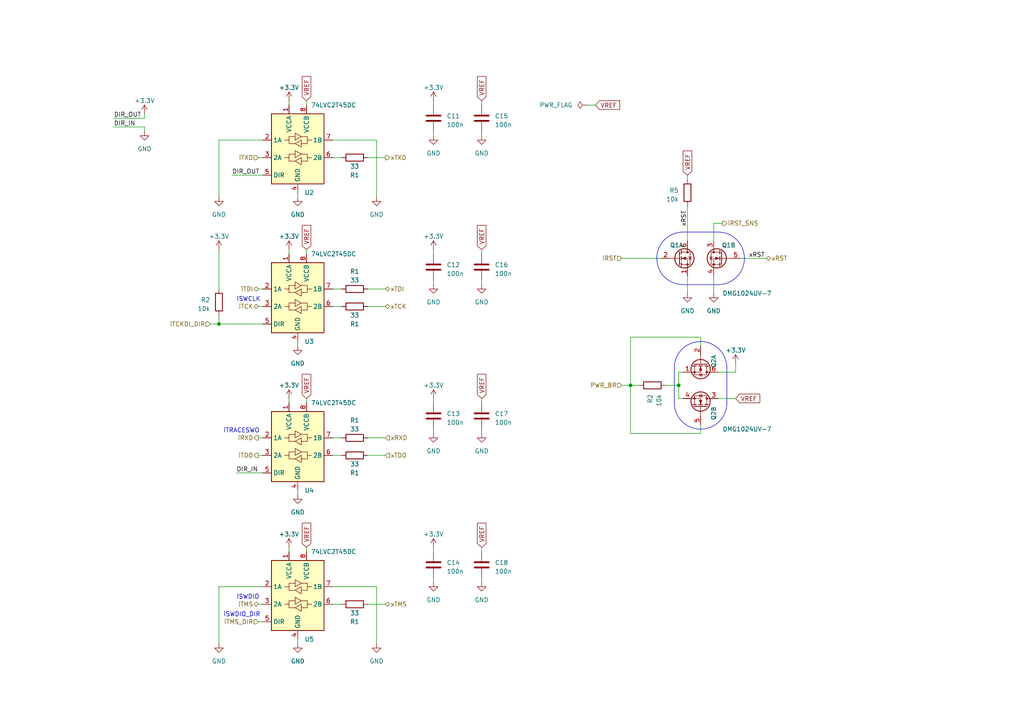
<source format=kicad_sch>
(kicad_sch (version 20230121) (generator eeschema)

  (uuid f893ee77-971b-443e-9edf-334babbb8cbc)

  (paper "A4")

  (title_block
    (title "net-bmp")
    (date "2023-11-11")
    (rev "b")
    (company "elagil")
  )

  (lib_symbols
    (symbol "Device:C" (pin_numbers hide) (pin_names (offset 0.254)) (in_bom yes) (on_board yes)
      (property "Reference" "C" (at 0.635 2.54 0)
        (effects (font (size 1.27 1.27)) (justify left))
      )
      (property "Value" "C" (at 0.635 -2.54 0)
        (effects (font (size 1.27 1.27)) (justify left))
      )
      (property "Footprint" "" (at 0.9652 -3.81 0)
        (effects (font (size 1.27 1.27)) hide)
      )
      (property "Datasheet" "~" (at 0 0 0)
        (effects (font (size 1.27 1.27)) hide)
      )
      (property "ki_keywords" "cap capacitor" (at 0 0 0)
        (effects (font (size 1.27 1.27)) hide)
      )
      (property "ki_description" "Unpolarized capacitor" (at 0 0 0)
        (effects (font (size 1.27 1.27)) hide)
      )
      (property "ki_fp_filters" "C_*" (at 0 0 0)
        (effects (font (size 1.27 1.27)) hide)
      )
      (symbol "C_0_1"
        (polyline
          (pts
            (xy -2.032 -0.762)
            (xy 2.032 -0.762)
          )
          (stroke (width 0.508) (type default))
          (fill (type none))
        )
        (polyline
          (pts
            (xy -2.032 0.762)
            (xy 2.032 0.762)
          )
          (stroke (width 0.508) (type default))
          (fill (type none))
        )
      )
      (symbol "C_1_1"
        (pin passive line (at 0 3.81 270) (length 2.794)
          (name "~" (effects (font (size 1.27 1.27))))
          (number "1" (effects (font (size 1.27 1.27))))
        )
        (pin passive line (at 0 -3.81 90) (length 2.794)
          (name "~" (effects (font (size 1.27 1.27))))
          (number "2" (effects (font (size 1.27 1.27))))
        )
      )
    )
    (symbol "Device:Q_Dual_NMOS_S1G1D2S2G2D1" (pin_names (offset 0) hide) (in_bom yes) (on_board yes)
      (property "Reference" "Q" (at 6.35 1.27 0)
        (effects (font (size 1.27 1.27)))
      )
      (property "Value" "Q_Dual_NMOS_S1G1D2S2G2D1" (at 19.05 -1.27 0)
        (effects (font (size 1.27 1.27)))
      )
      (property "Footprint" "" (at 5.08 0 0)
        (effects (font (size 1.27 1.27)) hide)
      )
      (property "Datasheet" "~" (at 5.08 0 0)
        (effects (font (size 1.27 1.27)) hide)
      )
      (property "ki_keywords" "transistor NMOS N-MOS N-MOSFET" (at 0 0 0)
        (effects (font (size 1.27 1.27)) hide)
      )
      (property "ki_description" "Dual NMOS transistor, 6 pin package" (at 0 0 0)
        (effects (font (size 1.27 1.27)) hide)
      )
      (property "ki_fp_filters" "TSOP* SC?70* SC?88* SOT?363*" (at 0 0 0)
        (effects (font (size 1.27 1.27)) hide)
      )
      (symbol "Q_Dual_NMOS_S1G1D2S2G2D1_0_1"
        (polyline
          (pts
            (xy 0.254 0)
            (xy -2.54 0)
          )
          (stroke (width 0) (type default))
          (fill (type none))
        )
        (polyline
          (pts
            (xy 0.254 1.905)
            (xy 0.254 -1.905)
          )
          (stroke (width 0.254) (type default))
          (fill (type none))
        )
        (polyline
          (pts
            (xy 0.762 -1.27)
            (xy 0.762 -2.286)
          )
          (stroke (width 0.254) (type default))
          (fill (type none))
        )
        (polyline
          (pts
            (xy 0.762 0.508)
            (xy 0.762 -0.508)
          )
          (stroke (width 0.254) (type default))
          (fill (type none))
        )
        (polyline
          (pts
            (xy 0.762 2.286)
            (xy 0.762 1.27)
          )
          (stroke (width 0.254) (type default))
          (fill (type none))
        )
        (polyline
          (pts
            (xy 2.54 2.54)
            (xy 2.54 1.778)
          )
          (stroke (width 0) (type default))
          (fill (type none))
        )
        (polyline
          (pts
            (xy 2.54 -2.54)
            (xy 2.54 0)
            (xy 0.762 0)
          )
          (stroke (width 0) (type default))
          (fill (type none))
        )
        (polyline
          (pts
            (xy 0.762 -1.778)
            (xy 3.302 -1.778)
            (xy 3.302 1.778)
            (xy 0.762 1.778)
          )
          (stroke (width 0) (type default))
          (fill (type none))
        )
        (polyline
          (pts
            (xy 1.016 0)
            (xy 2.032 0.381)
            (xy 2.032 -0.381)
            (xy 1.016 0)
          )
          (stroke (width 0) (type default))
          (fill (type outline))
        )
        (polyline
          (pts
            (xy 2.794 0.508)
            (xy 2.921 0.381)
            (xy 3.683 0.381)
            (xy 3.81 0.254)
          )
          (stroke (width 0) (type default))
          (fill (type none))
        )
        (polyline
          (pts
            (xy 3.302 0.381)
            (xy 2.921 -0.254)
            (xy 3.683 -0.254)
            (xy 3.302 0.381)
          )
          (stroke (width 0) (type default))
          (fill (type none))
        )
        (circle (center 1.651 0) (radius 2.794)
          (stroke (width 0.254) (type default))
          (fill (type none))
        )
        (circle (center 2.54 -1.778) (radius 0.254)
          (stroke (width 0) (type default))
          (fill (type outline))
        )
        (circle (center 2.54 1.778) (radius 0.254)
          (stroke (width 0) (type default))
          (fill (type outline))
        )
      )
      (symbol "Q_Dual_NMOS_S1G1D2S2G2D1_1_1"
        (pin passive line (at 2.54 -5.08 90) (length 2.54)
          (name "S" (effects (font (size 1.27 1.27))))
          (number "1" (effects (font (size 1.27 1.27))))
        )
        (pin input line (at -5.08 0 0) (length 2.54)
          (name "G" (effects (font (size 1.27 1.27))))
          (number "2" (effects (font (size 1.27 1.27))))
        )
        (pin passive line (at 2.54 5.08 270) (length 2.54)
          (name "D" (effects (font (size 1.27 1.27))))
          (number "6" (effects (font (size 1.27 1.27))))
        )
      )
      (symbol "Q_Dual_NMOS_S1G1D2S2G2D1_2_1"
        (pin passive line (at 2.54 5.08 270) (length 2.54)
          (name "D" (effects (font (size 1.27 1.27))))
          (number "3" (effects (font (size 1.27 1.27))))
        )
        (pin passive line (at 2.54 -5.08 90) (length 2.54)
          (name "S" (effects (font (size 1.27 1.27))))
          (number "4" (effects (font (size 1.27 1.27))))
        )
        (pin input line (at -5.08 0 0) (length 2.54)
          (name "G" (effects (font (size 1.27 1.27))))
          (number "5" (effects (font (size 1.27 1.27))))
        )
      )
    )
    (symbol "Device:R" (pin_numbers hide) (pin_names (offset 0)) (in_bom yes) (on_board yes)
      (property "Reference" "R" (at 2.032 0 90)
        (effects (font (size 1.27 1.27)))
      )
      (property "Value" "R" (at 0 0 90)
        (effects (font (size 1.27 1.27)))
      )
      (property "Footprint" "" (at -1.778 0 90)
        (effects (font (size 1.27 1.27)) hide)
      )
      (property "Datasheet" "~" (at 0 0 0)
        (effects (font (size 1.27 1.27)) hide)
      )
      (property "ki_keywords" "R res resistor" (at 0 0 0)
        (effects (font (size 1.27 1.27)) hide)
      )
      (property "ki_description" "Resistor" (at 0 0 0)
        (effects (font (size 1.27 1.27)) hide)
      )
      (property "ki_fp_filters" "R_*" (at 0 0 0)
        (effects (font (size 1.27 1.27)) hide)
      )
      (symbol "R_0_1"
        (rectangle (start -1.016 -2.54) (end 1.016 2.54)
          (stroke (width 0.254) (type default))
          (fill (type none))
        )
      )
      (symbol "R_1_1"
        (pin passive line (at 0 3.81 270) (length 1.27)
          (name "~" (effects (font (size 1.27 1.27))))
          (number "1" (effects (font (size 1.27 1.27))))
        )
        (pin passive line (at 0 -3.81 90) (length 1.27)
          (name "~" (effects (font (size 1.27 1.27))))
          (number "2" (effects (font (size 1.27 1.27))))
        )
      )
    )
    (symbol "Logic_LevelTranslator:74LVC2T45DC" (in_bom yes) (on_board yes)
      (property "Reference" "U" (at 6.35 -11.43 0)
        (effects (font (size 1.27 1.27)))
      )
      (property "Value" "74LVC2T45DC" (at 10.16 11.43 0)
        (effects (font (size 1.27 1.27)))
      )
      (property "Footprint" "Package_SO:VSSOP-8_2.3x2mm_P0.5mm" (at 0 -21.59 0)
        (effects (font (size 1.27 1.27)) hide)
      )
      (property "Datasheet" "https://assets.nexperia.com/documents/data-sheet/74LVC_LVCH2T45.pdf" (at 6.35 -6.35 0)
        (effects (font (size 1.27 1.27)) hide)
      )
      (property "ki_keywords" "Level-Shifter CMOS-TTL-Translation" (at 0 0 0)
        (effects (font (size 1.27 1.27)) hide)
      )
      (property "ki_description" "Dual supply translating transceiver, 3-state, 2-bit, VSSOP-8" (at 0 0 0)
        (effects (font (size 1.27 1.27)) hide)
      )
      (property "ki_fp_filters" "VSSOP*2.3x2mm*P0.5mm*" (at 0 0 0)
        (effects (font (size 1.27 1.27)) hide)
      )
      (symbol "74LVC2T45DC_1_1"
        (rectangle (start -7.62 10.16) (end 7.62 -10.16)
          (stroke (width 0.254) (type default))
          (fill (type background))
        )
        (polyline
          (pts
            (xy -2.54 -2.54)
            (xy -2.54 -1.524)
            (xy -0.762 -1.524)
          )
          (stroke (width 0) (type default))
          (fill (type none))
        )
        (polyline
          (pts
            (xy -2.54 2.54)
            (xy -2.54 3.556)
            (xy -0.762 3.556)
          )
          (stroke (width 0) (type default))
          (fill (type none))
        )
        (polyline
          (pts
            (xy 2.794 -2.54)
            (xy 2.794 -3.556)
            (xy 1.016 -3.556)
          )
          (stroke (width 0) (type default))
          (fill (type none))
        )
        (polyline
          (pts
            (xy 2.794 2.54)
            (xy 2.794 1.524)
            (xy 1.016 1.524)
          )
          (stroke (width 0) (type default))
          (fill (type none))
        )
        (polyline
          (pts
            (xy -0.762 -3.556)
            (xy -2.54 -3.556)
            (xy -2.54 -2.54)
            (xy -3.81 -2.54)
          )
          (stroke (width 0) (type default))
          (fill (type none))
        )
        (polyline
          (pts
            (xy -0.762 -2.54)
            (xy -0.762 -0.508)
            (xy 1.016 -1.524)
            (xy -0.762 -2.54)
          )
          (stroke (width 0) (type default))
          (fill (type none))
        )
        (polyline
          (pts
            (xy -0.762 1.524)
            (xy -2.54 1.524)
            (xy -2.54 2.54)
            (xy -3.81 2.54)
          )
          (stroke (width 0) (type default))
          (fill (type none))
        )
        (polyline
          (pts
            (xy -0.762 2.54)
            (xy -0.762 4.572)
            (xy 1.016 3.556)
            (xy -0.762 2.54)
          )
          (stroke (width 0) (type default))
          (fill (type none))
        )
        (polyline
          (pts
            (xy 1.016 -1.524)
            (xy 2.794 -1.524)
            (xy 2.794 -2.54)
            (xy 4.064 -2.54)
          )
          (stroke (width 0) (type default))
          (fill (type none))
        )
        (polyline
          (pts
            (xy 1.016 3.556)
            (xy 2.794 3.556)
            (xy 2.794 2.54)
            (xy 4.064 2.54)
          )
          (stroke (width 0) (type default))
          (fill (type none))
        )
        (polyline
          (pts
            (xy 1.016 -2.54)
            (xy 1.016 -4.318)
            (xy 1.016 -4.572)
            (xy -0.762 -3.556)
            (xy 1.016 -2.54)
          )
          (stroke (width 0) (type default))
          (fill (type none))
        )
        (polyline
          (pts
            (xy 1.016 2.54)
            (xy 1.016 0.762)
            (xy 1.016 0.508)
            (xy -0.762 1.524)
            (xy 1.016 2.54)
          )
          (stroke (width 0) (type default))
          (fill (type none))
        )
        (pin power_in line (at -2.54 12.7 270) (length 2.54)
          (name "VCCA" (effects (font (size 1.27 1.27))))
          (number "1" (effects (font (size 1.27 1.27))))
        )
        (pin bidirectional line (at -10.16 2.54 0) (length 2.54)
          (name "1A" (effects (font (size 1.27 1.27))))
          (number "2" (effects (font (size 1.27 1.27))))
        )
        (pin bidirectional line (at -10.16 -2.54 0) (length 2.54)
          (name "2A" (effects (font (size 1.27 1.27))))
          (number "3" (effects (font (size 1.27 1.27))))
        )
        (pin power_in line (at 0 -12.7 90) (length 2.54)
          (name "GND" (effects (font (size 1.27 1.27))))
          (number "4" (effects (font (size 1.27 1.27))))
        )
        (pin input line (at -10.16 -7.62 0) (length 2.54)
          (name "DIR" (effects (font (size 1.27 1.27))))
          (number "5" (effects (font (size 1.27 1.27))))
        )
        (pin bidirectional line (at 10.16 -2.54 180) (length 2.54)
          (name "2B" (effects (font (size 1.27 1.27))))
          (number "6" (effects (font (size 1.27 1.27))))
        )
        (pin bidirectional line (at 10.16 2.54 180) (length 2.54)
          (name "1B" (effects (font (size 1.27 1.27))))
          (number "7" (effects (font (size 1.27 1.27))))
        )
        (pin power_in line (at 2.54 12.7 270) (length 2.54)
          (name "VCCB" (effects (font (size 1.27 1.27))))
          (number "8" (effects (font (size 1.27 1.27))))
        )
      )
    )
    (symbol "power:+3.3V" (power) (pin_names (offset 0)) (in_bom yes) (on_board yes)
      (property "Reference" "#PWR" (at 0 -3.81 0)
        (effects (font (size 1.27 1.27)) hide)
      )
      (property "Value" "+3.3V" (at 0 3.556 0)
        (effects (font (size 1.27 1.27)))
      )
      (property "Footprint" "" (at 0 0 0)
        (effects (font (size 1.27 1.27)) hide)
      )
      (property "Datasheet" "" (at 0 0 0)
        (effects (font (size 1.27 1.27)) hide)
      )
      (property "ki_keywords" "global power" (at 0 0 0)
        (effects (font (size 1.27 1.27)) hide)
      )
      (property "ki_description" "Power symbol creates a global label with name \"+3.3V\"" (at 0 0 0)
        (effects (font (size 1.27 1.27)) hide)
      )
      (symbol "+3.3V_0_1"
        (polyline
          (pts
            (xy -0.762 1.27)
            (xy 0 2.54)
          )
          (stroke (width 0) (type default))
          (fill (type none))
        )
        (polyline
          (pts
            (xy 0 0)
            (xy 0 2.54)
          )
          (stroke (width 0) (type default))
          (fill (type none))
        )
        (polyline
          (pts
            (xy 0 2.54)
            (xy 0.762 1.27)
          )
          (stroke (width 0) (type default))
          (fill (type none))
        )
      )
      (symbol "+3.3V_1_1"
        (pin power_in line (at 0 0 90) (length 0) hide
          (name "+3.3V" (effects (font (size 1.27 1.27))))
          (number "1" (effects (font (size 1.27 1.27))))
        )
      )
    )
    (symbol "power:GND" (power) (pin_names (offset 0)) (in_bom yes) (on_board yes)
      (property "Reference" "#PWR" (at 0 -6.35 0)
        (effects (font (size 1.27 1.27)) hide)
      )
      (property "Value" "GND" (at 0 -3.81 0)
        (effects (font (size 1.27 1.27)))
      )
      (property "Footprint" "" (at 0 0 0)
        (effects (font (size 1.27 1.27)) hide)
      )
      (property "Datasheet" "" (at 0 0 0)
        (effects (font (size 1.27 1.27)) hide)
      )
      (property "ki_keywords" "global power" (at 0 0 0)
        (effects (font (size 1.27 1.27)) hide)
      )
      (property "ki_description" "Power symbol creates a global label with name \"GND\" , ground" (at 0 0 0)
        (effects (font (size 1.27 1.27)) hide)
      )
      (symbol "GND_0_1"
        (polyline
          (pts
            (xy 0 0)
            (xy 0 -1.27)
            (xy 1.27 -1.27)
            (xy 0 -2.54)
            (xy -1.27 -1.27)
            (xy 0 -1.27)
          )
          (stroke (width 0) (type default))
          (fill (type none))
        )
      )
      (symbol "GND_1_1"
        (pin power_in line (at 0 0 270) (length 0) hide
          (name "GND" (effects (font (size 1.27 1.27))))
          (number "1" (effects (font (size 1.27 1.27))))
        )
      )
    )
    (symbol "power:PWR_FLAG" (power) (pin_numbers hide) (pin_names (offset 0) hide) (in_bom yes) (on_board yes)
      (property "Reference" "#FLG" (at 0 1.905 0)
        (effects (font (size 1.27 1.27)) hide)
      )
      (property "Value" "PWR_FLAG" (at 0 3.81 0)
        (effects (font (size 1.27 1.27)))
      )
      (property "Footprint" "" (at 0 0 0)
        (effects (font (size 1.27 1.27)) hide)
      )
      (property "Datasheet" "~" (at 0 0 0)
        (effects (font (size 1.27 1.27)) hide)
      )
      (property "ki_keywords" "flag power" (at 0 0 0)
        (effects (font (size 1.27 1.27)) hide)
      )
      (property "ki_description" "Special symbol for telling ERC where power comes from" (at 0 0 0)
        (effects (font (size 1.27 1.27)) hide)
      )
      (symbol "PWR_FLAG_0_0"
        (pin power_out line (at 0 0 90) (length 0)
          (name "pwr" (effects (font (size 1.27 1.27))))
          (number "1" (effects (font (size 1.27 1.27))))
        )
      )
      (symbol "PWR_FLAG_0_1"
        (polyline
          (pts
            (xy 0 0)
            (xy 0 1.27)
            (xy -1.016 1.905)
            (xy 0 2.54)
            (xy 1.016 1.905)
            (xy 0 1.27)
          )
          (stroke (width 0) (type default))
          (fill (type none))
        )
      )
    )
  )

  (junction (at 182.88 111.76) (diameter 0) (color 0 0 0 0)
    (uuid 5309cf85-7692-4212-a9ef-7e63494fc80f)
  )
  (junction (at 63.5 93.98) (diameter 0) (color 0 0 0 0)
    (uuid 604fc539-225e-4709-847f-1fb3d046a5a3)
  )
  (junction (at 196.85 111.76) (diameter 0) (color 0 0 0 0)
    (uuid 8e6e0781-0755-4b1a-b676-f7f1f9b06f08)
  )

  (wire (pts (xy 139.7 115.57) (xy 139.7 116.84))
    (stroke (width 0) (type default))
    (uuid 044c7cc6-13d3-45da-9de2-7650dd9ad030)
  )
  (wire (pts (xy 74.93 132.08) (xy 76.2 132.08))
    (stroke (width 0) (type default))
    (uuid 0a097af3-25e6-4ccb-a378-1ad997853277)
  )
  (wire (pts (xy 41.91 36.83) (xy 41.91 38.1))
    (stroke (width 0) (type default))
    (uuid 0c35d6d3-48c2-4ea9-a578-d89ad3101e72)
  )
  (wire (pts (xy 109.22 40.64) (xy 109.22 57.15))
    (stroke (width 0) (type default))
    (uuid 0d1f4614-dad0-4ff0-8421-6fa2b3c2ee9b)
  )
  (wire (pts (xy 139.7 158.75) (xy 139.7 160.02))
    (stroke (width 0) (type default))
    (uuid 141b963c-7ebd-4ac9-9a5b-ff9945b3fa2c)
  )
  (polyline (pts (xy 198.12 82.55) (xy 208.28 82.55))
    (stroke (width 0) (type default))
    (uuid 191a351c-86ea-4e66-b6ea-2c9a654eb679)
  )

  (wire (pts (xy 74.93 88.9) (xy 76.2 88.9))
    (stroke (width 0) (type default))
    (uuid 1ae5aba2-718c-429f-8487-a82b97377764)
  )
  (wire (pts (xy 207.01 80.01) (xy 207.01 85.09))
    (stroke (width 0) (type default))
    (uuid 1bbffef7-f46d-40a9-b6e7-55cc8f39f8a4)
  )
  (wire (pts (xy 139.7 167.64) (xy 139.7 168.91))
    (stroke (width 0) (type default))
    (uuid 23f58fa9-478b-462c-ae1d-b32a03378a66)
  )
  (wire (pts (xy 86.36 185.42) (xy 86.36 186.69))
    (stroke (width 0) (type default))
    (uuid 251eba4b-80c8-4a41-8542-587d549c6a91)
  )
  (polyline (pts (xy 198.12 67.31) (xy 208.28 67.31))
    (stroke (width 0) (type default))
    (uuid 25a9c12b-5458-4763-bb2d-426d660b12b9)
  )

  (wire (pts (xy 74.93 180.34) (xy 76.2 180.34))
    (stroke (width 0) (type default))
    (uuid 28a5f933-7f90-4e61-8bdb-eefcd5b6e9cc)
  )
  (wire (pts (xy 74.93 83.82) (xy 76.2 83.82))
    (stroke (width 0) (type default))
    (uuid 29b2d02d-9def-4e61-85be-8965b3aee858)
  )
  (wire (pts (xy 63.5 40.64) (xy 63.5 57.15))
    (stroke (width 0) (type default))
    (uuid 2b4e3f66-3fb5-44dd-9f90-e709caca6c1a)
  )
  (wire (pts (xy 63.5 170.18) (xy 63.5 186.69))
    (stroke (width 0) (type default))
    (uuid 2bafd6ff-825b-40eb-8bba-ae2c49e6915d)
  )
  (wire (pts (xy 88.9 72.39) (xy 88.9 73.66))
    (stroke (width 0) (type default))
    (uuid 2d7ae188-a3e0-4537-94a8-472325c49a9f)
  )
  (wire (pts (xy 199.39 59.69) (xy 199.39 69.85))
    (stroke (width 0) (type default))
    (uuid 2e043614-8c3d-4078-aa8f-fec162e28dcc)
  )
  (polyline (pts (xy 210.82 116.84) (xy 210.82 106.68))
    (stroke (width 0) (type default))
    (uuid 3ca1fb2d-9232-4a62-8e1f-fd7ad742e4bb)
  )

  (wire (pts (xy 139.7 38.1) (xy 139.7 39.37))
    (stroke (width 0) (type default))
    (uuid 3d09d328-8911-4563-a38b-b62df44545da)
  )
  (wire (pts (xy 106.68 175.26) (xy 111.76 175.26))
    (stroke (width 0) (type default))
    (uuid 3ecd14d6-55e9-4997-80ee-e46fc7fdea46)
  )
  (wire (pts (xy 208.28 115.57) (xy 213.36 115.57))
    (stroke (width 0) (type default))
    (uuid 421bf29c-e8c2-4b93-87d7-5c636e484b94)
  )
  (wire (pts (xy 60.96 93.98) (xy 63.5 93.98))
    (stroke (width 0) (type default))
    (uuid 45778e6f-7166-47cc-a1d9-05ef2785d975)
  )
  (wire (pts (xy 125.73 124.46) (xy 125.73 125.73))
    (stroke (width 0) (type default))
    (uuid 46b2953f-551c-477c-9c7d-97cee952f7fa)
  )
  (wire (pts (xy 96.52 127) (xy 99.06 127))
    (stroke (width 0) (type default))
    (uuid 490ba030-a78b-497d-8c8f-b0eddb242450)
  )
  (wire (pts (xy 193.04 111.76) (xy 196.85 111.76))
    (stroke (width 0) (type default))
    (uuid 4999bd6b-b0e4-41c1-940b-ccee9a653c6e)
  )
  (wire (pts (xy 106.68 132.08) (xy 111.76 132.08))
    (stroke (width 0) (type default))
    (uuid 4bc17e06-5493-4a65-9063-3ac735088e70)
  )
  (wire (pts (xy 139.7 72.39) (xy 139.7 73.66))
    (stroke (width 0) (type default))
    (uuid 4c37cc54-2229-415a-bb5b-491c0c3f674f)
  )
  (wire (pts (xy 196.85 111.76) (xy 196.85 107.95))
    (stroke (width 0) (type default))
    (uuid 571dcf1a-d945-42c1-b3c7-d65824c69ecd)
  )
  (wire (pts (xy 63.5 91.44) (xy 63.5 93.98))
    (stroke (width 0) (type default))
    (uuid 591ed669-698f-468f-9d5f-cb87d145ac23)
  )
  (wire (pts (xy 76.2 170.18) (xy 63.5 170.18))
    (stroke (width 0) (type default))
    (uuid 59510e71-3464-414d-b85e-df644812c540)
  )
  (wire (pts (xy 88.9 115.57) (xy 88.9 116.84))
    (stroke (width 0) (type default))
    (uuid 62be0b5e-2aec-4775-a2cb-1a573ec125af)
  )
  (wire (pts (xy 86.36 142.24) (xy 86.36 143.51))
    (stroke (width 0) (type default))
    (uuid 65c8e51d-9fb6-465b-ae2e-d50301c28e2c)
  )
  (wire (pts (xy 125.73 38.1) (xy 125.73 39.37))
    (stroke (width 0) (type default))
    (uuid 67ffcfee-f27d-43be-a6c5-9dc9c7a6a6b2)
  )
  (wire (pts (xy 88.9 29.21) (xy 88.9 30.48))
    (stroke (width 0) (type default))
    (uuid 68c5589d-59d4-4115-b6c5-9b1dace93382)
  )
  (wire (pts (xy 139.7 29.21) (xy 139.7 30.48))
    (stroke (width 0) (type default))
    (uuid 69d33b81-d19c-4b4a-a3d2-06542cad6c78)
  )
  (wire (pts (xy 88.9 158.75) (xy 88.9 160.02))
    (stroke (width 0) (type default))
    (uuid 6c82f6de-3066-41d2-b239-11a9cbe2cb7d)
  )
  (wire (pts (xy 139.7 81.28) (xy 139.7 82.55))
    (stroke (width 0) (type default))
    (uuid 6d8cb4d4-d0b2-4dfe-a7b1-cefaf0785cf1)
  )
  (wire (pts (xy 86.36 55.88) (xy 86.36 57.15))
    (stroke (width 0) (type default))
    (uuid 6e4d2c55-7267-48a5-8219-c72357a6504d)
  )
  (wire (pts (xy 41.91 34.29) (xy 41.91 33.02))
    (stroke (width 0) (type default))
    (uuid 720e3c5f-a316-45ff-98c2-32ddb7344ab8)
  )
  (wire (pts (xy 63.5 72.39) (xy 63.5 83.82))
    (stroke (width 0) (type default))
    (uuid 747f8fc6-f4bc-464f-ac75-e03c183bbb76)
  )
  (wire (pts (xy 125.73 158.75) (xy 125.73 160.02))
    (stroke (width 0) (type default))
    (uuid 77b7dbf7-c9b9-4991-8624-ca68e06d7074)
  )
  (wire (pts (xy 96.52 175.26) (xy 99.06 175.26))
    (stroke (width 0) (type default))
    (uuid 78d79ab1-4436-40bf-ad96-67b4a36060f3)
  )
  (wire (pts (xy 106.68 127) (xy 111.76 127))
    (stroke (width 0) (type default))
    (uuid 7e1d235a-733a-4537-be3c-cc23ec137d26)
  )
  (wire (pts (xy 68.58 137.16) (xy 76.2 137.16))
    (stroke (width 0) (type default))
    (uuid 7eb27288-7f89-47ac-8e7a-2df0857789a6)
  )
  (wire (pts (xy 139.7 124.46) (xy 139.7 125.73))
    (stroke (width 0) (type default))
    (uuid 7ef93c0d-eeb6-4f52-8d8a-eda70642bf04)
  )
  (wire (pts (xy 83.82 158.75) (xy 83.82 160.02))
    (stroke (width 0) (type default))
    (uuid 83325488-858d-4807-850d-0c8964baacec)
  )
  (wire (pts (xy 106.68 45.72) (xy 111.76 45.72))
    (stroke (width 0) (type default))
    (uuid 840af158-8e51-4b75-bd64-f82c29afd4bd)
  )
  (wire (pts (xy 106.68 83.82) (xy 111.76 83.82))
    (stroke (width 0) (type default))
    (uuid 852b8574-26f3-44ea-8c0d-0e75f9c84157)
  )
  (wire (pts (xy 199.39 50.8) (xy 199.39 52.07))
    (stroke (width 0) (type default))
    (uuid 85fd8991-fe1e-4bfe-8026-e3bb4177017c)
  )
  (wire (pts (xy 125.73 72.39) (xy 125.73 73.66))
    (stroke (width 0) (type default))
    (uuid 8617c381-63bf-430d-9727-385ddf68ffda)
  )
  (wire (pts (xy 67.31 50.8) (xy 76.2 50.8))
    (stroke (width 0) (type default))
    (uuid 8a729a4f-2a23-404e-ac70-beb51d63bdc0)
  )
  (wire (pts (xy 63.5 93.98) (xy 76.2 93.98))
    (stroke (width 0) (type default))
    (uuid 8c414313-ff8a-4c24-8046-e68690c25dab)
  )
  (wire (pts (xy 182.88 111.76) (xy 185.42 111.76))
    (stroke (width 0) (type default))
    (uuid 8ec0a08c-9e2a-4d4a-9087-ca32a819a646)
  )
  (wire (pts (xy 199.39 80.01) (xy 199.39 85.09))
    (stroke (width 0) (type default))
    (uuid 9247dba4-27dd-4199-b22b-13801021ae53)
  )
  (wire (pts (xy 180.34 74.93) (xy 191.77 74.93))
    (stroke (width 0) (type default))
    (uuid 9816e1f9-6ad1-4246-8648-e0443186b6a0)
  )
  (wire (pts (xy 182.88 125.73) (xy 203.2 125.73))
    (stroke (width 0) (type default))
    (uuid 9d230918-05bd-432a-b8b6-c83812e56ec6)
  )
  (wire (pts (xy 209.55 64.77) (xy 207.01 64.77))
    (stroke (width 0) (type default))
    (uuid a0272ce2-3bee-4d21-ba7b-a9e4c0dc3bd4)
  )
  (wire (pts (xy 33.02 34.29) (xy 41.91 34.29))
    (stroke (width 0) (type default))
    (uuid a0f9c726-5676-4554-a7d1-e4105dfa7ccd)
  )
  (wire (pts (xy 74.93 45.72) (xy 76.2 45.72))
    (stroke (width 0) (type default))
    (uuid a547593f-afb0-4cf5-9b44-a18763ff0a16)
  )
  (wire (pts (xy 83.82 72.39) (xy 83.82 73.66))
    (stroke (width 0) (type default))
    (uuid a5d9cf0e-38db-428b-8b45-2362acff6807)
  )
  (wire (pts (xy 207.01 64.77) (xy 207.01 69.85))
    (stroke (width 0) (type default))
    (uuid a82062aa-9bbe-43ff-b42b-e5418daa2882)
  )
  (wire (pts (xy 33.02 36.83) (xy 41.91 36.83))
    (stroke (width 0) (type default))
    (uuid ad27e2e3-d68e-4b3c-9f60-964939444f3f)
  )
  (wire (pts (xy 74.93 127) (xy 76.2 127))
    (stroke (width 0) (type default))
    (uuid ad4ff7c5-a1b3-4a4b-a84b-536f10b7340e)
  )
  (wire (pts (xy 180.34 111.76) (xy 182.88 111.76))
    (stroke (width 0) (type default))
    (uuid b060a401-56c0-4d15-8a07-c1ae879cafe3)
  )
  (wire (pts (xy 83.82 29.21) (xy 83.82 30.48))
    (stroke (width 0) (type default))
    (uuid b2ddd8f2-49ba-4424-b7cf-6ff1b9ef3959)
  )
  (wire (pts (xy 96.52 45.72) (xy 99.06 45.72))
    (stroke (width 0) (type default))
    (uuid b2eadc23-dc4d-4d3c-8678-5209842d886e)
  )
  (wire (pts (xy 76.2 40.64) (xy 63.5 40.64))
    (stroke (width 0) (type default))
    (uuid b507bb9f-ed5a-4585-b103-0c153bc75128)
  )
  (wire (pts (xy 96.52 83.82) (xy 99.06 83.82))
    (stroke (width 0) (type default))
    (uuid b5c81748-736f-47a7-97c6-74ff44360b1d)
  )
  (wire (pts (xy 214.63 74.93) (xy 222.25 74.93))
    (stroke (width 0) (type default))
    (uuid b77cbfb6-abf7-4aa2-8a45-0761cecc5726)
  )
  (polyline (pts (xy 195.58 116.84) (xy 195.58 106.68))
    (stroke (width 0) (type default))
    (uuid b8f2a701-43b9-45ab-befc-ab1665f3a2e5)
  )

  (wire (pts (xy 208.28 107.95) (xy 213.36 107.95))
    (stroke (width 0) (type default))
    (uuid ba2383ea-942a-494c-a468-f6f4a464b56e)
  )
  (wire (pts (xy 86.36 99.06) (xy 86.36 100.33))
    (stroke (width 0) (type default))
    (uuid bc5ec776-7d8b-43f9-b33f-dcd249c395dd)
  )
  (wire (pts (xy 125.73 81.28) (xy 125.73 82.55))
    (stroke (width 0) (type default))
    (uuid d12ef177-2cd9-4860-8c10-2baf9c36a3ed)
  )
  (wire (pts (xy 182.88 97.79) (xy 182.88 111.76))
    (stroke (width 0) (type default))
    (uuid d25e06c9-03f2-4881-a0e9-1a064fb7f7e8)
  )
  (wire (pts (xy 125.73 29.21) (xy 125.73 30.48))
    (stroke (width 0) (type default))
    (uuid d40c9aa1-42e1-41fc-9b34-4cb62fd9e013)
  )
  (wire (pts (xy 203.2 100.33) (xy 203.2 97.79))
    (stroke (width 0) (type default))
    (uuid d4fbd39b-7497-4e25-be3b-5a77b0ee76ce)
  )
  (wire (pts (xy 96.52 88.9) (xy 99.06 88.9))
    (stroke (width 0) (type default))
    (uuid d65902fb-d21d-4807-a8bb-de224b1bccba)
  )
  (wire (pts (xy 83.82 115.57) (xy 83.82 116.84))
    (stroke (width 0) (type default))
    (uuid d76497a4-f502-47b7-9ad8-30d15dfa5c50)
  )
  (wire (pts (xy 198.12 115.57) (xy 196.85 115.57))
    (stroke (width 0) (type default))
    (uuid d8a83ba1-41d7-46e2-b39c-116248782960)
  )
  (wire (pts (xy 203.2 97.79) (xy 182.88 97.79))
    (stroke (width 0) (type default))
    (uuid db2291f1-b730-44ad-b85e-1ad6c98ca0b0)
  )
  (wire (pts (xy 196.85 111.76) (xy 196.85 115.57))
    (stroke (width 0) (type default))
    (uuid ddca6704-81ec-4e5d-a5d1-94191a5d0f04)
  )
  (wire (pts (xy 196.85 107.95) (xy 198.12 107.95))
    (stroke (width 0) (type default))
    (uuid df3177f6-162e-442b-aad4-b198ab835931)
  )
  (wire (pts (xy 182.88 111.76) (xy 182.88 125.73))
    (stroke (width 0) (type default))
    (uuid e1f263c8-d5f0-45c3-afd8-2a0fbb68fa4b)
  )
  (wire (pts (xy 125.73 115.57) (xy 125.73 116.84))
    (stroke (width 0) (type default))
    (uuid e22c1b9e-04a1-47b6-9630-b52fbc74eda8)
  )
  (wire (pts (xy 203.2 125.73) (xy 203.2 123.19))
    (stroke (width 0) (type default))
    (uuid e2bf92b0-c1b4-4477-99a6-099603c712d0)
  )
  (wire (pts (xy 170.18 30.48) (xy 172.72 30.48))
    (stroke (width 0) (type default))
    (uuid e38d4aeb-8647-4206-8275-a0f6e1551ed1)
  )
  (wire (pts (xy 106.68 88.9) (xy 111.76 88.9))
    (stroke (width 0) (type default))
    (uuid eabd90e9-7d8d-4c1b-bd12-ca79194f9191)
  )
  (wire (pts (xy 96.52 40.64) (xy 109.22 40.64))
    (stroke (width 0) (type default))
    (uuid ee0a24df-df68-4a11-bf58-f8f080729e4c)
  )
  (wire (pts (xy 96.52 132.08) (xy 99.06 132.08))
    (stroke (width 0) (type default))
    (uuid ee1e24d7-b266-4103-ba7f-1552d50898e9)
  )
  (wire (pts (xy 125.73 167.64) (xy 125.73 168.91))
    (stroke (width 0) (type default))
    (uuid efb55971-1c12-4338-a4fc-26e51669116b)
  )
  (wire (pts (xy 74.93 175.26) (xy 76.2 175.26))
    (stroke (width 0) (type default))
    (uuid effa449b-3082-461b-a3d6-0c45c04c3640)
  )
  (wire (pts (xy 109.22 170.18) (xy 109.22 186.69))
    (stroke (width 0) (type default))
    (uuid f94f17d5-cb8e-4a6f-8fdd-fe0c68118187)
  )
  (wire (pts (xy 96.52 170.18) (xy 109.22 170.18))
    (stroke (width 0) (type default))
    (uuid fa5a36e9-2dfe-4733-98f5-120811ab9214)
  )
  (wire (pts (xy 213.36 107.95) (xy 213.36 105.41))
    (stroke (width 0) (type default))
    (uuid facf539a-05e4-4094-a21b-0fd3592e1e17)
  )

  (arc (start 210.82 116.84) (mid 208.5882 122.2282) (end 203.2 124.46)
    (stroke (width 0) (type default))
    (fill (type none))
    (uuid 3e65d0a4-2dad-4c10-90b4-39adbac803c0)
  )
  (arc (start 215.9 74.93) (mid 213.6682 80.3182) (end 208.28 82.55)
    (stroke (width 0) (type default))
    (fill (type none))
    (uuid 5414988f-55fb-46c1-a344-b33b20d8e187)
  )
  (arc (start 190.5 74.93) (mid 192.7318 69.5418) (end 198.12 67.31)
    (stroke (width 0) (type default))
    (fill (type none))
    (uuid 649c02c1-9f5a-486a-a87f-ab543e72fd7b)
  )
  (arc (start 208.28 67.31) (mid 213.6682 69.5418) (end 215.9 74.93)
    (stroke (width 0) (type default))
    (fill (type none))
    (uuid 6bb3e60c-4598-4113-8765-eab2b1423b83)
  )
  (arc (start 195.58 106.68) (mid 197.8118 101.2918) (end 203.2 99.06)
    (stroke (width 0) (type default))
    (fill (type none))
    (uuid 74de9f71-463f-45f7-b54d-9aad19ec1a9c)
  )
  (arc (start 203.2 124.46) (mid 197.8118 122.2282) (end 195.58 116.84)
    (stroke (width 0) (type default))
    (fill (type none))
    (uuid 78b8551b-1312-467f-94f0-29eadc2730dc)
  )
  (arc (start 203.2 99.06) (mid 208.5882 101.2918) (end 210.82 106.68)
    (stroke (width 0) (type default))
    (fill (type none))
    (uuid 8c729052-dfd5-4468-9846-5cd4cd20d3da)
  )
  (arc (start 198.12 82.55) (mid 192.7318 80.3182) (end 190.5 74.93)
    (stroke (width 0) (type default))
    (fill (type none))
    (uuid ffdc52b4-f312-4692-a2b6-f9e11073c918)
  )

  (text "iTRACESWO" (at 64.77 125.73 0)
    (effects (font (size 1.27 1.27)) (justify left bottom))
    (uuid 4429874f-0411-4741-8e19-f67fa29b10ce)
  )
  (text "iSWDIO" (at 68.58 173.99 0)
    (effects (font (size 1.27 1.27)) (justify left bottom))
    (uuid 650c3384-7fc0-48e3-b4fa-a4036370d29e)
  )
  (text "iSWCLK" (at 68.58 87.63 0)
    (effects (font (size 1.27 1.27)) (justify left bottom))
    (uuid 78da35ee-1baa-45a7-96c1-6b4329277678)
  )
  (text "iSWDIO_DIR" (at 64.77 179.07 0)
    (effects (font (size 1.27 1.27)) (justify left bottom))
    (uuid de06efa2-9e6e-48e3-877a-81ed4fd2ee94)
  )

  (label "DIR_IN" (at 68.58 137.16 0) (fields_autoplaced)
    (effects (font (size 1.27 1.27)) (justify left bottom))
    (uuid 9f2120a6-4355-46a2-958c-e0bee969f826)
  )
  (label "xRST" (at 199.39 60.96 270) (fields_autoplaced)
    (effects (font (size 1.27 1.27)) (justify right bottom))
    (uuid b041b25d-bfe2-4634-81ee-1a56bbbdfd8b)
  )
  (label "DIR_OUT" (at 67.31 50.8 0) (fields_autoplaced)
    (effects (font (size 1.27 1.27)) (justify left bottom))
    (uuid c41c5c58-ed22-44c5-8759-1655f3353b96)
  )
  (label "DIR_IN" (at 33.02 36.83 0) (fields_autoplaced)
    (effects (font (size 1.27 1.27)) (justify left bottom))
    (uuid cb656e6d-9909-4611-be9b-cbbd2932fcdd)
  )
  (label "xRST" (at 217.17 74.93 0) (fields_autoplaced)
    (effects (font (size 1.27 1.27)) (justify left bottom))
    (uuid d384b8fb-642a-4a3c-a06c-117cc0d1c58f)
  )
  (label "DIR_OUT" (at 33.02 34.29 0) (fields_autoplaced)
    (effects (font (size 1.27 1.27)) (justify left bottom))
    (uuid dfdf8450-bd79-42e0-ac06-ddd26a405f65)
  )

  (global_label "VREF" (shape input) (at 213.36 115.57 0) (fields_autoplaced)
    (effects (font (size 1.27 1.27)) (justify left))
    (uuid 1607c5e1-df1e-4191-a31d-34f7db60772e)
    (property "Intersheetrefs" "${INTERSHEET_REFS}" (at 220.862 115.57 0)
      (effects (font (size 1.27 1.27)) (justify left) hide)
    )
  )
  (global_label "VREF" (shape input) (at 199.39 50.8 90) (fields_autoplaced)
    (effects (font (size 1.27 1.27)) (justify left))
    (uuid 2b25ddff-6353-4694-9f9a-388ebc219f62)
    (property "Intersheetrefs" "${INTERSHEET_REFS}" (at 199.39 43.298 90)
      (effects (font (size 1.27 1.27)) (justify left) hide)
    )
  )
  (global_label "VREF" (shape input) (at 88.9 158.75 90) (fields_autoplaced)
    (effects (font (size 1.27 1.27)) (justify left))
    (uuid 72053478-c665-49ec-8d91-2489f33c4ed4)
    (property "Intersheetrefs" "${INTERSHEET_REFS}" (at 88.9 151.248 90)
      (effects (font (size 1.27 1.27)) (justify left) hide)
    )
  )
  (global_label "VREF" (shape input) (at 88.9 72.39 90) (fields_autoplaced)
    (effects (font (size 1.27 1.27)) (justify left))
    (uuid 836e6ef6-0fd3-4e59-b4f1-acce72b002d5)
    (property "Intersheetrefs" "${INTERSHEET_REFS}" (at 88.9 64.888 90)
      (effects (font (size 1.27 1.27)) (justify left) hide)
    )
  )
  (global_label "VREF" (shape input) (at 88.9 115.57 90) (fields_autoplaced)
    (effects (font (size 1.27 1.27)) (justify left))
    (uuid 925a787e-b4e3-466d-8dab-0d49fc0ebc08)
    (property "Intersheetrefs" "${INTERSHEET_REFS}" (at 88.9 108.068 90)
      (effects (font (size 1.27 1.27)) (justify left) hide)
    )
  )
  (global_label "VREF" (shape input) (at 139.7 115.57 90) (fields_autoplaced)
    (effects (font (size 1.27 1.27)) (justify left))
    (uuid 9a1bc722-e8d3-49ae-9317-d67c5f17dd64)
    (property "Intersheetrefs" "${INTERSHEET_REFS}" (at 139.7 108.068 90)
      (effects (font (size 1.27 1.27)) (justify left) hide)
    )
  )
  (global_label "VREF" (shape input) (at 88.9 29.21 90) (fields_autoplaced)
    (effects (font (size 1.27 1.27)) (justify left))
    (uuid 9c9c6184-43a0-4aad-ac77-463e782e41a4)
    (property "Intersheetrefs" "${INTERSHEET_REFS}" (at 88.9 21.708 90)
      (effects (font (size 1.27 1.27)) (justify left) hide)
    )
  )
  (global_label "VREF" (shape input) (at 139.7 72.39 90) (fields_autoplaced)
    (effects (font (size 1.27 1.27)) (justify left))
    (uuid a9f0ac24-854e-4de4-8a93-fa14616d2ecf)
    (property "Intersheetrefs" "${INTERSHEET_REFS}" (at 139.7 64.888 90)
      (effects (font (size 1.27 1.27)) (justify left) hide)
    )
  )
  (global_label "VREF" (shape input) (at 139.7 29.21 90) (fields_autoplaced)
    (effects (font (size 1.27 1.27)) (justify left))
    (uuid d445de23-fb8c-472c-b540-c7f51aa7d388)
    (property "Intersheetrefs" "${INTERSHEET_REFS}" (at 139.7 21.708 90)
      (effects (font (size 1.27 1.27)) (justify left) hide)
    )
  )
  (global_label "VREF" (shape input) (at 139.7 158.75 90) (fields_autoplaced)
    (effects (font (size 1.27 1.27)) (justify left))
    (uuid dceda404-d845-4beb-8004-6637ed523cfd)
    (property "Intersheetrefs" "${INTERSHEET_REFS}" (at 139.7 151.248 90)
      (effects (font (size 1.27 1.27)) (justify left) hide)
    )
  )
  (global_label "VREF" (shape input) (at 172.72 30.48 0) (fields_autoplaced)
    (effects (font (size 1.27 1.27)) (justify left))
    (uuid e1b49200-628c-4ef2-b0bf-d91d2ad771d4)
    (property "Intersheetrefs" "${INTERSHEET_REFS}" (at 180.3014 30.48 0)
      (effects (font (size 1.27 1.27)) (justify left) hide)
    )
  )

  (hierarchical_label "xRXD" (shape input) (at 111.76 127 0) (fields_autoplaced)
    (effects (font (size 1.27 1.27)) (justify left))
    (uuid 05f5b0fa-ab82-4743-810b-ce254bf8224a)
  )
  (hierarchical_label "xTCK" (shape bidirectional) (at 111.76 88.9 0) (fields_autoplaced)
    (effects (font (size 1.27 1.27)) (justify left))
    (uuid 0f25e1ee-f0ce-4757-b925-37ef9dccce7c)
  )
  (hierarchical_label "iTCKDI_DIR" (shape input) (at 60.96 93.98 180) (fields_autoplaced)
    (effects (font (size 1.27 1.27)) (justify right))
    (uuid 19df9f8d-c1f2-49f4-b858-05a34b21f2f1)
  )
  (hierarchical_label "iTMS_DIR" (shape input) (at 74.93 180.34 180) (fields_autoplaced)
    (effects (font (size 1.27 1.27)) (justify right))
    (uuid 3263975d-3a2a-45a4-b6f0-ce1853c328b1)
  )
  (hierarchical_label "iTXD" (shape input) (at 74.93 45.72 180) (fields_autoplaced)
    (effects (font (size 1.27 1.27)) (justify right))
    (uuid 36d01885-76cf-40eb-83b0-1d7c832eddba)
  )
  (hierarchical_label "xRST" (shape bidirectional) (at 222.25 74.93 0) (fields_autoplaced)
    (effects (font (size 1.27 1.27)) (justify left))
    (uuid 3aa1d7ca-3da8-4b15-a6d7-163ee89c9be7)
  )
  (hierarchical_label "PWR_BR" (shape input) (at 180.34 111.76 180) (fields_autoplaced)
    (effects (font (size 1.27 1.27)) (justify right))
    (uuid 410762b4-be01-4cb6-a8c7-77ea89425624)
  )
  (hierarchical_label "xTDO" (shape input) (at 111.76 132.08 0) (fields_autoplaced)
    (effects (font (size 1.27 1.27)) (justify left))
    (uuid 412809bf-5693-497a-8a01-324a326762e5)
  )
  (hierarchical_label "xTXD" (shape output) (at 111.76 45.72 0) (fields_autoplaced)
    (effects (font (size 1.27 1.27)) (justify left))
    (uuid 42a15725-c59e-4374-ac52-ae7cde3f3c52)
  )
  (hierarchical_label "iTDO" (shape output) (at 74.93 132.08 180) (fields_autoplaced)
    (effects (font (size 1.27 1.27)) (justify right))
    (uuid 475c8c55-5a63-49c5-886d-551cab9543e3)
  )
  (hierarchical_label "xTMS" (shape bidirectional) (at 111.76 175.26 0) (fields_autoplaced)
    (effects (font (size 1.27 1.27)) (justify left))
    (uuid 4acd314a-bdaa-4ee2-bd72-77a7cd3957df)
  )
  (hierarchical_label "xTDI" (shape bidirectional) (at 111.76 83.82 0) (fields_autoplaced)
    (effects (font (size 1.27 1.27)) (justify left))
    (uuid 52834422-eecc-4cce-90a9-a79254adaafe)
  )
  (hierarchical_label "iRXD" (shape output) (at 74.93 127 180) (fields_autoplaced)
    (effects (font (size 1.27 1.27)) (justify right))
    (uuid 5ac92221-19fc-4f26-a6e4-1ffa8f16267e)
  )
  (hierarchical_label "iTDI" (shape bidirectional) (at 74.93 83.82 180) (fields_autoplaced)
    (effects (font (size 1.27 1.27)) (justify right))
    (uuid 7c78ca94-4558-4695-96df-b38628afb407)
  )
  (hierarchical_label "iTMS" (shape bidirectional) (at 74.93 175.26 180) (fields_autoplaced)
    (effects (font (size 1.27 1.27)) (justify right))
    (uuid a13f29e8-965d-4494-b877-8dbec73c0315)
  )
  (hierarchical_label "iRST_SNS" (shape output) (at 209.55 64.77 0) (fields_autoplaced)
    (effects (font (size 1.27 1.27)) (justify left))
    (uuid ce94f680-df98-4396-99a9-4c4f6a39b1b5)
  )
  (hierarchical_label "iTCK" (shape bidirectional) (at 74.93 88.9 180) (fields_autoplaced)
    (effects (font (size 1.27 1.27)) (justify right))
    (uuid eeb40a03-118d-4183-a1f3-b512f11297c1)
  )
  (hierarchical_label "iRST" (shape input) (at 180.34 74.93 180) (fields_autoplaced)
    (effects (font (size 1.27 1.27)) (justify right))
    (uuid f9701727-9e30-4dff-975d-023ba85b563e)
  )

  (symbol (lib_id "power:+3.3V") (at 83.82 29.21 0) (unit 1)
    (in_bom yes) (on_board yes) (dnp no) (fields_autoplaced)
    (uuid 01b724d2-3bd3-4ec4-955f-a9f9d98a0204)
    (property "Reference" "#PWR06" (at 83.82 33.02 0)
      (effects (font (size 1.27 1.27)) hide)
    )
    (property "Value" "+3.3V" (at 83.82 25.4 0)
      (effects (font (size 1.27 1.27)))
    )
    (property "Footprint" "" (at 83.82 29.21 0)
      (effects (font (size 1.27 1.27)) hide)
    )
    (property "Datasheet" "" (at 83.82 29.21 0)
      (effects (font (size 1.27 1.27)) hide)
    )
    (pin "1" (uuid 2d5fc47b-1acd-4954-9cd9-15d7b8927b9c))
    (instances
      (project "net-bmp"
        (path "/0556e588-02fe-48e5-93e8-fa3aab1c90e7"
          (reference "#PWR06") (unit 1)
        )
        (path "/0556e588-02fe-48e5-93e8-fa3aab1c90e7/f036b58b-49af-4369-9bda-2bc3b39a73d2"
          (reference "#PWR023") (unit 1)
        )
      )
    )
  )

  (symbol (lib_id "power:GND") (at 139.7 39.37 0) (mirror y) (unit 1)
    (in_bom yes) (on_board yes) (dnp no) (fields_autoplaced)
    (uuid 11ce1b00-f01f-4707-9c95-1ca66f28609d)
    (property "Reference" "#PWR05" (at 139.7 45.72 0)
      (effects (font (size 1.27 1.27)) hide)
    )
    (property "Value" "GND" (at 139.7 44.45 0)
      (effects (font (size 1.27 1.27)))
    )
    (property "Footprint" "" (at 139.7 39.37 0)
      (effects (font (size 1.27 1.27)) hide)
    )
    (property "Datasheet" "" (at 139.7 39.37 0)
      (effects (font (size 1.27 1.27)) hide)
    )
    (pin "1" (uuid c1d8dadb-289c-46e8-9c00-c54ec889cf8e))
    (instances
      (project "net-bmp"
        (path "/0556e588-02fe-48e5-93e8-fa3aab1c90e7"
          (reference "#PWR05") (unit 1)
        )
        (path "/0556e588-02fe-48e5-93e8-fa3aab1c90e7/f036b58b-49af-4369-9bda-2bc3b39a73d2"
          (reference "#PWR041") (unit 1)
        )
      )
    )
  )

  (symbol (lib_id "power:GND") (at 86.36 143.51 0) (unit 1)
    (in_bom yes) (on_board yes) (dnp no) (fields_autoplaced)
    (uuid 12b73984-100c-4594-9db8-4393414048e5)
    (property "Reference" "#PWR05" (at 86.36 149.86 0)
      (effects (font (size 1.27 1.27)) hide)
    )
    (property "Value" "GND" (at 86.36 148.59 0)
      (effects (font (size 1.27 1.27)))
    )
    (property "Footprint" "" (at 86.36 143.51 0)
      (effects (font (size 1.27 1.27)) hide)
    )
    (property "Datasheet" "" (at 86.36 143.51 0)
      (effects (font (size 1.27 1.27)) hide)
    )
    (pin "1" (uuid c284003a-b616-4271-b764-151fd04b5391))
    (instances
      (project "net-bmp"
        (path "/0556e588-02fe-48e5-93e8-fa3aab1c90e7"
          (reference "#PWR05") (unit 1)
        )
        (path "/0556e588-02fe-48e5-93e8-fa3aab1c90e7/f036b58b-49af-4369-9bda-2bc3b39a73d2"
          (reference "#PWR029") (unit 1)
        )
      )
    )
  )

  (symbol (lib_id "power:PWR_FLAG") (at 170.18 30.48 90) (unit 1)
    (in_bom yes) (on_board yes) (dnp no)
    (uuid 12be3244-b0dd-4413-bcbd-6ec084ed4a62)
    (property "Reference" "#FLG01" (at 168.275 30.48 0)
      (effects (font (size 1.27 1.27)) hide)
    )
    (property "Value" "PWR_FLAG" (at 161.29 30.48 90)
      (effects (font (size 1.27 1.27)))
    )
    (property "Footprint" "" (at 170.18 30.48 0)
      (effects (font (size 1.27 1.27)) hide)
    )
    (property "Datasheet" "~" (at 170.18 30.48 0)
      (effects (font (size 1.27 1.27)) hide)
    )
    (pin "1" (uuid d638082e-092f-4444-81a9-333e88dfdf2e))
    (instances
      (project "net-bmp"
        (path "/0556e588-02fe-48e5-93e8-fa3aab1c90e7/f869d6ae-fee8-4647-9458-3957901751f8"
          (reference "#FLG01") (unit 1)
        )
        (path "/0556e588-02fe-48e5-93e8-fa3aab1c90e7/f036b58b-49af-4369-9bda-2bc3b39a73d2"
          (reference "#FLG01") (unit 1)
        )
      )
    )
  )

  (symbol (lib_id "Device:C") (at 139.7 77.47 0) (unit 1)
    (in_bom yes) (on_board yes) (dnp no) (fields_autoplaced)
    (uuid 16612dc3-eb89-46c1-ac15-eeed42492320)
    (property "Reference" "C16" (at 143.51 76.835 0)
      (effects (font (size 1.27 1.27)) (justify left))
    )
    (property "Value" "100n" (at 143.51 79.375 0)
      (effects (font (size 1.27 1.27)) (justify left))
    )
    (property "Footprint" "Capacitor_SMD:C_0402_1005Metric" (at 140.6652 81.28 0)
      (effects (font (size 1.27 1.27)) hide)
    )
    (property "Datasheet" "~" (at 139.7 77.47 0)
      (effects (font (size 1.27 1.27)) hide)
    )
    (property "MPN" "C1525" (at 139.7 77.47 0)
      (effects (font (size 1.27 1.27)) hide)
    )
    (property "JLCPCB Rotation Offset" "" (at 139.7 77.47 0)
      (effects (font (size 1.27 1.27)) hide)
    )
    (pin "1" (uuid 7e3ad262-25f3-4426-bb13-1a9f2d3caf02))
    (pin "2" (uuid 0bc9602a-0efe-4fbd-a919-c18e72eb124b))
    (instances
      (project "net-bmp"
        (path "/0556e588-02fe-48e5-93e8-fa3aab1c90e7/f036b58b-49af-4369-9bda-2bc3b39a73d2"
          (reference "C16") (unit 1)
        )
      )
    )
  )

  (symbol (lib_id "power:+3.3V") (at 83.82 158.75 0) (unit 1)
    (in_bom yes) (on_board yes) (dnp no) (fields_autoplaced)
    (uuid 201e41a6-0b40-4317-8b9f-38ab62f53037)
    (property "Reference" "#PWR06" (at 83.82 162.56 0)
      (effects (font (size 1.27 1.27)) hide)
    )
    (property "Value" "+3.3V" (at 83.82 154.94 0)
      (effects (font (size 1.27 1.27)))
    )
    (property "Footprint" "" (at 83.82 158.75 0)
      (effects (font (size 1.27 1.27)) hide)
    )
    (property "Datasheet" "" (at 83.82 158.75 0)
      (effects (font (size 1.27 1.27)) hide)
    )
    (pin "1" (uuid 5f15ee39-fce5-47d1-a96e-65f18e8ed94b))
    (instances
      (project "net-bmp"
        (path "/0556e588-02fe-48e5-93e8-fa3aab1c90e7"
          (reference "#PWR06") (unit 1)
        )
        (path "/0556e588-02fe-48e5-93e8-fa3aab1c90e7/f036b58b-49af-4369-9bda-2bc3b39a73d2"
          (reference "#PWR026") (unit 1)
        )
      )
    )
  )

  (symbol (lib_id "power:GND") (at 86.36 57.15 0) (unit 1)
    (in_bom yes) (on_board yes) (dnp no) (fields_autoplaced)
    (uuid 2e49e37a-0619-45d0-a117-b20511b90640)
    (property "Reference" "#PWR05" (at 86.36 63.5 0)
      (effects (font (size 1.27 1.27)) hide)
    )
    (property "Value" "GND" (at 86.36 62.23 0)
      (effects (font (size 1.27 1.27)))
    )
    (property "Footprint" "" (at 86.36 57.15 0)
      (effects (font (size 1.27 1.27)) hide)
    )
    (property "Datasheet" "" (at 86.36 57.15 0)
      (effects (font (size 1.27 1.27)) hide)
    )
    (pin "1" (uuid ac703d09-4b92-4eff-948a-b4178e59f57a))
    (instances
      (project "net-bmp"
        (path "/0556e588-02fe-48e5-93e8-fa3aab1c90e7"
          (reference "#PWR05") (unit 1)
        )
        (path "/0556e588-02fe-48e5-93e8-fa3aab1c90e7/f036b58b-49af-4369-9bda-2bc3b39a73d2"
          (reference "#PWR027") (unit 1)
        )
      )
    )
  )

  (symbol (lib_id "Device:C") (at 139.7 120.65 0) (unit 1)
    (in_bom yes) (on_board yes) (dnp no) (fields_autoplaced)
    (uuid 31ab09aa-a32d-4b0b-811d-a1f41f6483c1)
    (property "Reference" "C17" (at 143.51 120.015 0)
      (effects (font (size 1.27 1.27)) (justify left))
    )
    (property "Value" "100n" (at 143.51 122.555 0)
      (effects (font (size 1.27 1.27)) (justify left))
    )
    (property "Footprint" "Capacitor_SMD:C_0402_1005Metric" (at 140.6652 124.46 0)
      (effects (font (size 1.27 1.27)) hide)
    )
    (property "Datasheet" "~" (at 139.7 120.65 0)
      (effects (font (size 1.27 1.27)) hide)
    )
    (property "MPN" "C1525" (at 139.7 120.65 0)
      (effects (font (size 1.27 1.27)) hide)
    )
    (property "JLCPCB Rotation Offset" "" (at 139.7 120.65 0)
      (effects (font (size 1.27 1.27)) hide)
    )
    (pin "1" (uuid 775de3e8-2b5d-4f9f-b735-9fa9cbf55987))
    (pin "2" (uuid a9e327ee-4367-4ff0-82c8-2f5e71afe55a))
    (instances
      (project "net-bmp"
        (path "/0556e588-02fe-48e5-93e8-fa3aab1c90e7/f036b58b-49af-4369-9bda-2bc3b39a73d2"
          (reference "C17") (unit 1)
        )
      )
    )
  )

  (symbol (lib_id "Device:R") (at 102.87 132.08 270) (mirror x) (unit 1)
    (in_bom yes) (on_board yes) (dnp no)
    (uuid 43e533f3-d241-4b9e-a441-19a2852ca545)
    (property "Reference" "R1" (at 102.87 137.16 90)
      (effects (font (size 1.27 1.27)))
    )
    (property "Value" "33" (at 102.87 134.62 90)
      (effects (font (size 1.27 1.27)))
    )
    (property "Footprint" "Resistor_SMD:R_0402_1005Metric" (at 102.87 133.858 90)
      (effects (font (size 1.27 1.27)) hide)
    )
    (property "Datasheet" "~" (at 102.87 132.08 0)
      (effects (font (size 1.27 1.27)) hide)
    )
    (property "MPN" "C25105" (at 102.87 132.08 0)
      (effects (font (size 1.27 1.27)) hide)
    )
    (property "JLCPCB Rotation Offset" "" (at 102.87 132.08 0)
      (effects (font (size 1.27 1.27)) hide)
    )
    (pin "1" (uuid 59a56a05-9ae7-40cd-8046-2a53dea85273))
    (pin "2" (uuid da7e0061-0d38-4062-9393-40c76cf0bf13))
    (instances
      (project "net-bmp"
        (path "/0556e588-02fe-48e5-93e8-fa3aab1c90e7"
          (reference "R1") (unit 1)
        )
        (path "/0556e588-02fe-48e5-93e8-fa3aab1c90e7/e157d64e-477b-4983-afb5-0491664aa612"
          (reference "R25") (unit 1)
        )
        (path "/0556e588-02fe-48e5-93e8-fa3aab1c90e7/f036b58b-49af-4369-9bda-2bc3b39a73d2"
          (reference "R12") (unit 1)
        )
      )
    )
  )

  (symbol (lib_id "power:+3.3V") (at 63.5 72.39 0) (unit 1)
    (in_bom yes) (on_board yes) (dnp no) (fields_autoplaced)
    (uuid 46c40fd0-1a67-42f8-950d-34b88ecf6a2f)
    (property "Reference" "#PWR06" (at 63.5 76.2 0)
      (effects (font (size 1.27 1.27)) hide)
    )
    (property "Value" "+3.3V" (at 63.5 68.58 0)
      (effects (font (size 1.27 1.27)))
    )
    (property "Footprint" "" (at 63.5 72.39 0)
      (effects (font (size 1.27 1.27)) hide)
    )
    (property "Datasheet" "" (at 63.5 72.39 0)
      (effects (font (size 1.27 1.27)) hide)
    )
    (pin "1" (uuid 33e48fc0-b5b2-406e-8556-8ca567853ebc))
    (instances
      (project "net-bmp"
        (path "/0556e588-02fe-48e5-93e8-fa3aab1c90e7"
          (reference "#PWR06") (unit 1)
        )
        (path "/0556e588-02fe-48e5-93e8-fa3aab1c90e7/f036b58b-49af-4369-9bda-2bc3b39a73d2"
          (reference "#PWR021") (unit 1)
        )
      )
    )
  )

  (symbol (lib_id "Logic_LevelTranslator:74LVC2T45DC") (at 86.36 172.72 0) (unit 1)
    (in_bom yes) (on_board yes) (dnp no)
    (uuid 4c6f642c-7cc4-4bc7-b3e4-66de7761987f)
    (property "Reference" "U5" (at 88.3159 185.42 0)
      (effects (font (size 1.27 1.27)) (justify left))
    )
    (property "Value" "74LVC2T45DC" (at 90.17 160.02 0)
      (effects (font (size 1.27 1.27)) (justify left))
    )
    (property "Footprint" "Package_SO:VSSOP-8_2.3x2mm_P0.5mm" (at 86.36 194.31 0)
      (effects (font (size 1.27 1.27)) hide)
    )
    (property "Datasheet" "https://assets.nexperia.com/documents/data-sheet/74LVC_LVCH2T45.pdf" (at 92.71 179.07 0)
      (effects (font (size 1.27 1.27)) hide)
    )
    (property "MPN" "C730237" (at 86.36 172.72 0)
      (effects (font (size 1.27 1.27)) hide)
    )
    (property "JLCPCB Rotation Offset" "-90" (at 86.36 172.72 0)
      (effects (font (size 1.27 1.27)) hide)
    )
    (pin "1" (uuid ba42750c-d170-47bb-b8ae-6d2543efb289))
    (pin "2" (uuid b5496f35-2c89-47d5-8125-669723ed97af))
    (pin "3" (uuid ad393b76-7001-436d-bd5c-99d6bd04e58c))
    (pin "4" (uuid 4cbedd14-cce2-49e5-b21c-bea7d02ceab3))
    (pin "5" (uuid 919105fd-1738-4752-b763-71c1093bac9b))
    (pin "6" (uuid ae1dc06c-3b95-4367-ae82-2764662bc3ed))
    (pin "7" (uuid 12221ee7-fa8a-4704-9834-d655bfff725c))
    (pin "8" (uuid 70e95dab-ff24-4f4c-8ddf-430697a58171))
    (instances
      (project "net-bmp"
        (path "/0556e588-02fe-48e5-93e8-fa3aab1c90e7/f036b58b-49af-4369-9bda-2bc3b39a73d2"
          (reference "U5") (unit 1)
        )
      )
    )
  )

  (symbol (lib_id "Device:C") (at 139.7 163.83 0) (unit 1)
    (in_bom yes) (on_board yes) (dnp no) (fields_autoplaced)
    (uuid 502d95aa-463a-4ebc-a5e4-1ccba9f99540)
    (property "Reference" "C18" (at 143.51 163.195 0)
      (effects (font (size 1.27 1.27)) (justify left))
    )
    (property "Value" "100n" (at 143.51 165.735 0)
      (effects (font (size 1.27 1.27)) (justify left))
    )
    (property "Footprint" "Capacitor_SMD:C_0402_1005Metric" (at 140.6652 167.64 0)
      (effects (font (size 1.27 1.27)) hide)
    )
    (property "Datasheet" "~" (at 139.7 163.83 0)
      (effects (font (size 1.27 1.27)) hide)
    )
    (property "MPN" "C1525" (at 139.7 163.83 0)
      (effects (font (size 1.27 1.27)) hide)
    )
    (property "JLCPCB Rotation Offset" "" (at 139.7 163.83 0)
      (effects (font (size 1.27 1.27)) hide)
    )
    (pin "1" (uuid dbc3a8db-a691-4d69-be6f-48a656a241c0))
    (pin "2" (uuid 9e814c5e-f963-4f1e-bba0-9650c18fa934))
    (instances
      (project "net-bmp"
        (path "/0556e588-02fe-48e5-93e8-fa3aab1c90e7/f036b58b-49af-4369-9bda-2bc3b39a73d2"
          (reference "C18") (unit 1)
        )
      )
    )
  )

  (symbol (lib_id "Device:R") (at 63.5 87.63 0) (mirror x) (unit 1)
    (in_bom yes) (on_board yes) (dnp no)
    (uuid 52e732ee-e3f6-4e28-b011-ce2f670c74f1)
    (property "Reference" "R2" (at 60.96 86.995 0)
      (effects (font (size 1.27 1.27)) (justify right))
    )
    (property "Value" "10k" (at 60.96 89.535 0)
      (effects (font (size 1.27 1.27)) (justify right))
    )
    (property "Footprint" "Resistor_SMD:R_0402_1005Metric" (at 61.722 87.63 90)
      (effects (font (size 1.27 1.27)) hide)
    )
    (property "Datasheet" "~" (at 63.5 87.63 0)
      (effects (font (size 1.27 1.27)) hide)
    )
    (property "MPN" "C25744" (at 63.5 87.63 0)
      (effects (font (size 1.27 1.27)) hide)
    )
    (property "JLCPCB Rotation Offset" "" (at 63.5 87.63 0)
      (effects (font (size 1.27 1.27)) hide)
    )
    (pin "1" (uuid 9016bb70-162a-4d6a-a1e0-883b1f6321a9))
    (pin "2" (uuid a29d0221-3f63-4910-91b3-f018c5c61dc9))
    (instances
      (project "net-bmp"
        (path "/0556e588-02fe-48e5-93e8-fa3aab1c90e7"
          (reference "R2") (unit 1)
        )
        (path "/0556e588-02fe-48e5-93e8-fa3aab1c90e7/f036b58b-49af-4369-9bda-2bc3b39a73d2"
          (reference "R7") (unit 1)
        )
      )
    )
  )

  (symbol (lib_id "power:GND") (at 125.73 125.73 0) (mirror y) (unit 1)
    (in_bom yes) (on_board yes) (dnp no) (fields_autoplaced)
    (uuid 58fb8907-d5b2-475c-a400-aa54bfc02129)
    (property "Reference" "#PWR05" (at 125.73 132.08 0)
      (effects (font (size 1.27 1.27)) hide)
    )
    (property "Value" "GND" (at 125.73 130.81 0)
      (effects (font (size 1.27 1.27)))
    )
    (property "Footprint" "" (at 125.73 125.73 0)
      (effects (font (size 1.27 1.27)) hide)
    )
    (property "Datasheet" "" (at 125.73 125.73 0)
      (effects (font (size 1.27 1.27)) hide)
    )
    (pin "1" (uuid 383e4b8b-82e2-419d-8090-28d64969d704))
    (instances
      (project "net-bmp"
        (path "/0556e588-02fe-48e5-93e8-fa3aab1c90e7"
          (reference "#PWR05") (unit 1)
        )
        (path "/0556e588-02fe-48e5-93e8-fa3aab1c90e7/f036b58b-49af-4369-9bda-2bc3b39a73d2"
          (reference "#PWR038") (unit 1)
        )
      )
    )
  )

  (symbol (lib_id "power:+3.3V") (at 125.73 29.21 0) (unit 1)
    (in_bom yes) (on_board yes) (dnp no) (fields_autoplaced)
    (uuid 5e5e706a-4dc6-4a2a-bc9e-0b4665bbeb71)
    (property "Reference" "#PWR06" (at 125.73 33.02 0)
      (effects (font (size 1.27 1.27)) hide)
    )
    (property "Value" "+3.3V" (at 125.73 25.4 0)
      (effects (font (size 1.27 1.27)))
    )
    (property "Footprint" "" (at 125.73 29.21 0)
      (effects (font (size 1.27 1.27)) hide)
    )
    (property "Datasheet" "" (at 125.73 29.21 0)
      (effects (font (size 1.27 1.27)) hide)
    )
    (pin "1" (uuid 7cfb21a3-495d-414c-87ba-2cb11942246a))
    (instances
      (project "net-bmp"
        (path "/0556e588-02fe-48e5-93e8-fa3aab1c90e7"
          (reference "#PWR06") (unit 1)
        )
        (path "/0556e588-02fe-48e5-93e8-fa3aab1c90e7/f036b58b-49af-4369-9bda-2bc3b39a73d2"
          (reference "#PWR033") (unit 1)
        )
      )
    )
  )

  (symbol (lib_id "Device:R") (at 102.87 83.82 270) (unit 1)
    (in_bom yes) (on_board yes) (dnp no)
    (uuid 5f357bfd-e91c-4eaa-bda7-3b8de3bd4588)
    (property "Reference" "R1" (at 102.87 78.74 90)
      (effects (font (size 1.27 1.27)))
    )
    (property "Value" "33" (at 102.87 81.28 90)
      (effects (font (size 1.27 1.27)))
    )
    (property "Footprint" "Resistor_SMD:R_0402_1005Metric" (at 102.87 82.042 90)
      (effects (font (size 1.27 1.27)) hide)
    )
    (property "Datasheet" "~" (at 102.87 83.82 0)
      (effects (font (size 1.27 1.27)) hide)
    )
    (property "MPN" "C25105" (at 102.87 83.82 0)
      (effects (font (size 1.27 1.27)) hide)
    )
    (property "JLCPCB Rotation Offset" "" (at 102.87 83.82 0)
      (effects (font (size 1.27 1.27)) hide)
    )
    (pin "1" (uuid d95b614f-d4a5-4a7f-97c1-0cd89b9b5b91))
    (pin "2" (uuid 9341bebe-b1ea-493a-9788-c4d6d486c9fe))
    (instances
      (project "net-bmp"
        (path "/0556e588-02fe-48e5-93e8-fa3aab1c90e7"
          (reference "R1") (unit 1)
        )
        (path "/0556e588-02fe-48e5-93e8-fa3aab1c90e7/e157d64e-477b-4983-afb5-0491664aa612"
          (reference "R25") (unit 1)
        )
        (path "/0556e588-02fe-48e5-93e8-fa3aab1c90e7/f036b58b-49af-4369-9bda-2bc3b39a73d2"
          (reference "R9") (unit 1)
        )
      )
    )
  )

  (symbol (lib_id "power:GND") (at 86.36 186.69 0) (unit 1)
    (in_bom yes) (on_board yes) (dnp no) (fields_autoplaced)
    (uuid 62f347ca-4bd4-45ce-aed8-aed4e48ceb21)
    (property "Reference" "#PWR05" (at 86.36 193.04 0)
      (effects (font (size 1.27 1.27)) hide)
    )
    (property "Value" "GND" (at 86.36 191.77 0)
      (effects (font (size 1.27 1.27)))
    )
    (property "Footprint" "" (at 86.36 186.69 0)
      (effects (font (size 1.27 1.27)) hide)
    )
    (property "Datasheet" "" (at 86.36 186.69 0)
      (effects (font (size 1.27 1.27)) hide)
    )
    (pin "1" (uuid 8e471d71-1760-43a5-a381-69ff92337195))
    (instances
      (project "net-bmp"
        (path "/0556e588-02fe-48e5-93e8-fa3aab1c90e7"
          (reference "#PWR05") (unit 1)
        )
        (path "/0556e588-02fe-48e5-93e8-fa3aab1c90e7/f036b58b-49af-4369-9bda-2bc3b39a73d2"
          (reference "#PWR030") (unit 1)
        )
      )
    )
  )

  (symbol (lib_id "power:+3.3V") (at 83.82 72.39 0) (unit 1)
    (in_bom yes) (on_board yes) (dnp no) (fields_autoplaced)
    (uuid 63b87b5a-a10f-4c17-be28-0234d2b1c13c)
    (property "Reference" "#PWR06" (at 83.82 76.2 0)
      (effects (font (size 1.27 1.27)) hide)
    )
    (property "Value" "+3.3V" (at 83.82 68.58 0)
      (effects (font (size 1.27 1.27)))
    )
    (property "Footprint" "" (at 83.82 72.39 0)
      (effects (font (size 1.27 1.27)) hide)
    )
    (property "Datasheet" "" (at 83.82 72.39 0)
      (effects (font (size 1.27 1.27)) hide)
    )
    (pin "1" (uuid 995ab494-91fc-4efb-b986-8b0534bf92f9))
    (instances
      (project "net-bmp"
        (path "/0556e588-02fe-48e5-93e8-fa3aab1c90e7"
          (reference "#PWR06") (unit 1)
        )
        (path "/0556e588-02fe-48e5-93e8-fa3aab1c90e7/f036b58b-49af-4369-9bda-2bc3b39a73d2"
          (reference "#PWR024") (unit 1)
        )
      )
    )
  )

  (symbol (lib_id "Device:Q_Dual_NMOS_S1G1D2S2G2D1") (at 203.2 118.11 270) (mirror x) (unit 2)
    (in_bom yes) (on_board yes) (dnp no)
    (uuid 698242e0-b324-4c42-829a-42313cfad86e)
    (property "Reference" "Q2" (at 207.01 121.92 0)
      (effects (font (size 1.27 1.27)) (justify left))
    )
    (property "Value" "DMG1024UV-7" (at 208.28 132.08 0)
      (effects (font (size 1.27 1.27)) (justify left) hide)
    )
    (property "Footprint" "Package_TO_SOT_SMD:SOT-563" (at 203.2 113.03 0)
      (effects (font (size 1.27 1.27)) hide)
    )
    (property "Datasheet" "~" (at 203.2 113.03 0)
      (effects (font (size 1.27 1.27)) hide)
    )
    (property "MPN" "C2759893" (at 203.2 118.11 0)
      (effects (font (size 1.27 1.27)) hide)
    )
    (property "JLCPCB Rotation Offset" "-90" (at 203.2 118.11 0)
      (effects (font (size 1.27 1.27)) hide)
    )
    (pin "1" (uuid ec933a17-bfc4-45d1-9b0c-48762e1c14eb))
    (pin "2" (uuid fd321088-a740-4cb3-a210-e46841cded7a))
    (pin "6" (uuid 245a2165-2ecb-42e0-9ca0-6e2571b2d454))
    (pin "3" (uuid ab86a9bc-0db4-4ac8-9c13-c4391ad6864c))
    (pin "4" (uuid 40f8a614-55a7-4e27-b9c8-30d1369e5778))
    (pin "5" (uuid d37f1049-b7cd-46ac-b187-20bdfa6cf51d))
    (instances
      (project "net-bmp"
        (path "/0556e588-02fe-48e5-93e8-fa3aab1c90e7"
          (reference "Q2") (unit 2)
        )
        (path "/0556e588-02fe-48e5-93e8-fa3aab1c90e7/f036b58b-49af-4369-9bda-2bc3b39a73d2"
          (reference "Q2") (unit 2)
        )
      )
    )
  )

  (symbol (lib_id "power:GND") (at 139.7 125.73 0) (mirror y) (unit 1)
    (in_bom yes) (on_board yes) (dnp no) (fields_autoplaced)
    (uuid 6f4c273c-8e52-4e67-898f-422cd3d3c92c)
    (property "Reference" "#PWR05" (at 139.7 132.08 0)
      (effects (font (size 1.27 1.27)) hide)
    )
    (property "Value" "GND" (at 139.7 130.81 0)
      (effects (font (size 1.27 1.27)))
    )
    (property "Footprint" "" (at 139.7 125.73 0)
      (effects (font (size 1.27 1.27)) hide)
    )
    (property "Datasheet" "" (at 139.7 125.73 0)
      (effects (font (size 1.27 1.27)) hide)
    )
    (pin "1" (uuid 75477880-7197-4b5e-8653-bdf9c547b07e))
    (instances
      (project "net-bmp"
        (path "/0556e588-02fe-48e5-93e8-fa3aab1c90e7"
          (reference "#PWR05") (unit 1)
        )
        (path "/0556e588-02fe-48e5-93e8-fa3aab1c90e7/f036b58b-49af-4369-9bda-2bc3b39a73d2"
          (reference "#PWR043") (unit 1)
        )
      )
    )
  )

  (symbol (lib_id "Device:R") (at 102.87 175.26 270) (mirror x) (unit 1)
    (in_bom yes) (on_board yes) (dnp no)
    (uuid 70cecdbe-0a75-43cd-8ca0-2ac6a4078817)
    (property "Reference" "R1" (at 102.87 180.34 90)
      (effects (font (size 1.27 1.27)))
    )
    (property "Value" "33" (at 102.87 177.8 90)
      (effects (font (size 1.27 1.27)))
    )
    (property "Footprint" "Resistor_SMD:R_0402_1005Metric" (at 102.87 177.038 90)
      (effects (font (size 1.27 1.27)) hide)
    )
    (property "Datasheet" "~" (at 102.87 175.26 0)
      (effects (font (size 1.27 1.27)) hide)
    )
    (property "MPN" "C25105" (at 102.87 175.26 0)
      (effects (font (size 1.27 1.27)) hide)
    )
    (property "JLCPCB Rotation Offset" "" (at 102.87 175.26 0)
      (effects (font (size 1.27 1.27)) hide)
    )
    (pin "1" (uuid a661e51e-8086-486a-8579-2da4ae4a645c))
    (pin "2" (uuid 1d8a4ebc-a27d-49c5-afbf-b60a9840bbb4))
    (instances
      (project "net-bmp"
        (path "/0556e588-02fe-48e5-93e8-fa3aab1c90e7"
          (reference "R1") (unit 1)
        )
        (path "/0556e588-02fe-48e5-93e8-fa3aab1c90e7/e157d64e-477b-4983-afb5-0491664aa612"
          (reference "R25") (unit 1)
        )
        (path "/0556e588-02fe-48e5-93e8-fa3aab1c90e7/f036b58b-49af-4369-9bda-2bc3b39a73d2"
          (reference "R13") (unit 1)
        )
      )
    )
  )

  (symbol (lib_id "Device:C") (at 139.7 34.29 0) (unit 1)
    (in_bom yes) (on_board yes) (dnp no) (fields_autoplaced)
    (uuid 73a70606-7d21-4236-9f89-d3c2f33bc69d)
    (property "Reference" "C15" (at 143.51 33.655 0)
      (effects (font (size 1.27 1.27)) (justify left))
    )
    (property "Value" "100n" (at 143.51 36.195 0)
      (effects (font (size 1.27 1.27)) (justify left))
    )
    (property "Footprint" "Capacitor_SMD:C_0402_1005Metric" (at 140.6652 38.1 0)
      (effects (font (size 1.27 1.27)) hide)
    )
    (property "Datasheet" "~" (at 139.7 34.29 0)
      (effects (font (size 1.27 1.27)) hide)
    )
    (property "MPN" "C1525" (at 139.7 34.29 0)
      (effects (font (size 1.27 1.27)) hide)
    )
    (property "JLCPCB Rotation Offset" "" (at 139.7 34.29 0)
      (effects (font (size 1.27 1.27)) hide)
    )
    (pin "1" (uuid c4bb08b4-75eb-4c9a-acae-0123707a221d))
    (pin "2" (uuid 81bca9c5-5e89-4d80-8ae2-1587766bf4a2))
    (instances
      (project "net-bmp"
        (path "/0556e588-02fe-48e5-93e8-fa3aab1c90e7/f036b58b-49af-4369-9bda-2bc3b39a73d2"
          (reference "C15") (unit 1)
        )
      )
    )
  )

  (symbol (lib_id "power:GND") (at 139.7 168.91 0) (mirror y) (unit 1)
    (in_bom yes) (on_board yes) (dnp no) (fields_autoplaced)
    (uuid 7c206835-cb98-4a84-97f9-4f90d973970c)
    (property "Reference" "#PWR05" (at 139.7 175.26 0)
      (effects (font (size 1.27 1.27)) hide)
    )
    (property "Value" "GND" (at 139.7 173.99 0)
      (effects (font (size 1.27 1.27)))
    )
    (property "Footprint" "" (at 139.7 168.91 0)
      (effects (font (size 1.27 1.27)) hide)
    )
    (property "Datasheet" "" (at 139.7 168.91 0)
      (effects (font (size 1.27 1.27)) hide)
    )
    (pin "1" (uuid 1337ddd4-188a-408f-9161-cca8b62d1bbc))
    (instances
      (project "net-bmp"
        (path "/0556e588-02fe-48e5-93e8-fa3aab1c90e7"
          (reference "#PWR05") (unit 1)
        )
        (path "/0556e588-02fe-48e5-93e8-fa3aab1c90e7/f036b58b-49af-4369-9bda-2bc3b39a73d2"
          (reference "#PWR044") (unit 1)
        )
      )
    )
  )

  (symbol (lib_id "power:GND") (at 63.5 186.69 0) (unit 1)
    (in_bom yes) (on_board yes) (dnp no) (fields_autoplaced)
    (uuid 7fa5f962-dfea-4fda-bf9b-6331ad5045c5)
    (property "Reference" "#PWR05" (at 63.5 193.04 0)
      (effects (font (size 1.27 1.27)) hide)
    )
    (property "Value" "GND" (at 63.5 191.77 0)
      (effects (font (size 1.27 1.27)))
    )
    (property "Footprint" "" (at 63.5 186.69 0)
      (effects (font (size 1.27 1.27)) hide)
    )
    (property "Datasheet" "" (at 63.5 186.69 0)
      (effects (font (size 1.27 1.27)) hide)
    )
    (pin "1" (uuid 8a16a3f7-b585-45e3-95ff-6fcf4c4e288d))
    (instances
      (project "net-bmp"
        (path "/0556e588-02fe-48e5-93e8-fa3aab1c90e7"
          (reference "#PWR05") (unit 1)
        )
        (path "/0556e588-02fe-48e5-93e8-fa3aab1c90e7/f036b58b-49af-4369-9bda-2bc3b39a73d2"
          (reference "#PWR022") (unit 1)
        )
      )
    )
  )

  (symbol (lib_id "Logic_LevelTranslator:74LVC2T45DC") (at 86.36 43.18 0) (unit 1)
    (in_bom yes) (on_board yes) (dnp no)
    (uuid 828637a8-1a80-42c0-ab69-47a46fce3954)
    (property "Reference" "U2" (at 88.3159 55.88 0)
      (effects (font (size 1.27 1.27)) (justify left))
    )
    (property "Value" "74LVC2T45DC" (at 90.17 30.48 0)
      (effects (font (size 1.27 1.27)) (justify left))
    )
    (property "Footprint" "Package_SO:VSSOP-8_2.3x2mm_P0.5mm" (at 86.36 64.77 0)
      (effects (font (size 1.27 1.27)) hide)
    )
    (property "Datasheet" "https://assets.nexperia.com/documents/data-sheet/74LVC_LVCH2T45.pdf" (at 92.71 49.53 0)
      (effects (font (size 1.27 1.27)) hide)
    )
    (property "MPN" "C730237" (at 86.36 43.18 0)
      (effects (font (size 1.27 1.27)) hide)
    )
    (property "JLCPCB Rotation Offset" "-90" (at 86.36 43.18 0)
      (effects (font (size 1.27 1.27)) hide)
    )
    (pin "1" (uuid ef0cba99-d5d1-454f-b4c8-a51e01956aa9))
    (pin "2" (uuid 61271cd3-98a2-4f91-9326-f432f2e45ba1))
    (pin "3" (uuid cec1a157-d609-4a9e-bbed-664358e3c13f))
    (pin "4" (uuid 072dd2fe-9229-4d4e-9fea-649a745147e1))
    (pin "5" (uuid 19361afe-0b7c-48da-a84d-8426df44b7c0))
    (pin "6" (uuid bba486d7-d05d-48ae-b13d-ac8361f725b7))
    (pin "7" (uuid 36199bc1-4cae-47b2-96a3-0a132a3ca276))
    (pin "8" (uuid 899a7a5c-eef7-4993-8ee2-4104c9186911))
    (instances
      (project "net-bmp"
        (path "/0556e588-02fe-48e5-93e8-fa3aab1c90e7/f036b58b-49af-4369-9bda-2bc3b39a73d2"
          (reference "U2") (unit 1)
        )
      )
    )
  )

  (symbol (lib_id "power:GND") (at 125.73 82.55 0) (mirror y) (unit 1)
    (in_bom yes) (on_board yes) (dnp no) (fields_autoplaced)
    (uuid 8365b2c8-701e-438c-89df-5128f9958c4f)
    (property "Reference" "#PWR05" (at 125.73 88.9 0)
      (effects (font (size 1.27 1.27)) hide)
    )
    (property "Value" "GND" (at 125.73 87.63 0)
      (effects (font (size 1.27 1.27)))
    )
    (property "Footprint" "" (at 125.73 82.55 0)
      (effects (font (size 1.27 1.27)) hide)
    )
    (property "Datasheet" "" (at 125.73 82.55 0)
      (effects (font (size 1.27 1.27)) hide)
    )
    (pin "1" (uuid d8c36c84-aec9-46bc-a6ff-3b1aa6e752d5))
    (instances
      (project "net-bmp"
        (path "/0556e588-02fe-48e5-93e8-fa3aab1c90e7"
          (reference "#PWR05") (unit 1)
        )
        (path "/0556e588-02fe-48e5-93e8-fa3aab1c90e7/f036b58b-49af-4369-9bda-2bc3b39a73d2"
          (reference "#PWR036") (unit 1)
        )
      )
    )
  )

  (symbol (lib_id "power:GND") (at 63.5 57.15 0) (unit 1)
    (in_bom yes) (on_board yes) (dnp no) (fields_autoplaced)
    (uuid 8a4e43e2-8424-4510-a1dc-ffc24f62ccaf)
    (property "Reference" "#PWR05" (at 63.5 63.5 0)
      (effects (font (size 1.27 1.27)) hide)
    )
    (property "Value" "GND" (at 63.5 62.23 0)
      (effects (font (size 1.27 1.27)))
    )
    (property "Footprint" "" (at 63.5 57.15 0)
      (effects (font (size 1.27 1.27)) hide)
    )
    (property "Datasheet" "" (at 63.5 57.15 0)
      (effects (font (size 1.27 1.27)) hide)
    )
    (pin "1" (uuid 52e92c16-db59-454b-a79a-d5640cadeb16))
    (instances
      (project "net-bmp"
        (path "/0556e588-02fe-48e5-93e8-fa3aab1c90e7"
          (reference "#PWR05") (unit 1)
        )
        (path "/0556e588-02fe-48e5-93e8-fa3aab1c90e7/f036b58b-49af-4369-9bda-2bc3b39a73d2"
          (reference "#PWR020") (unit 1)
        )
      )
    )
  )

  (symbol (lib_id "Device:R") (at 102.87 88.9 270) (mirror x) (unit 1)
    (in_bom yes) (on_board yes) (dnp no)
    (uuid 8b559bd1-d57d-4c64-92d8-9f1055948dd0)
    (property "Reference" "R1" (at 102.87 93.98 90)
      (effects (font (size 1.27 1.27)))
    )
    (property "Value" "33" (at 102.87 91.44 90)
      (effects (font (size 1.27 1.27)))
    )
    (property "Footprint" "Resistor_SMD:R_0402_1005Metric" (at 102.87 90.678 90)
      (effects (font (size 1.27 1.27)) hide)
    )
    (property "Datasheet" "~" (at 102.87 88.9 0)
      (effects (font (size 1.27 1.27)) hide)
    )
    (property "MPN" "C25105" (at 102.87 88.9 0)
      (effects (font (size 1.27 1.27)) hide)
    )
    (property "JLCPCB Rotation Offset" "" (at 102.87 88.9 0)
      (effects (font (size 1.27 1.27)) hide)
    )
    (pin "1" (uuid 49d31e81-742d-423e-adf6-30fc32a08f5f))
    (pin "2" (uuid d94855dc-6fe5-4a98-8720-1384b28a7a59))
    (instances
      (project "net-bmp"
        (path "/0556e588-02fe-48e5-93e8-fa3aab1c90e7"
          (reference "R1") (unit 1)
        )
        (path "/0556e588-02fe-48e5-93e8-fa3aab1c90e7/e157d64e-477b-4983-afb5-0491664aa612"
          (reference "R25") (unit 1)
        )
        (path "/0556e588-02fe-48e5-93e8-fa3aab1c90e7/f036b58b-49af-4369-9bda-2bc3b39a73d2"
          (reference "R10") (unit 1)
        )
      )
    )
  )

  (symbol (lib_id "Device:C") (at 125.73 34.29 0) (unit 1)
    (in_bom yes) (on_board yes) (dnp no) (fields_autoplaced)
    (uuid 8e2a103a-8831-44a5-9ef3-308f219350d9)
    (property "Reference" "C11" (at 129.54 33.655 0)
      (effects (font (size 1.27 1.27)) (justify left))
    )
    (property "Value" "100n" (at 129.54 36.195 0)
      (effects (font (size 1.27 1.27)) (justify left))
    )
    (property "Footprint" "Capacitor_SMD:C_0402_1005Metric" (at 126.6952 38.1 0)
      (effects (font (size 1.27 1.27)) hide)
    )
    (property "Datasheet" "~" (at 125.73 34.29 0)
      (effects (font (size 1.27 1.27)) hide)
    )
    (property "MPN" "C1525" (at 125.73 34.29 0)
      (effects (font (size 1.27 1.27)) hide)
    )
    (property "JLCPCB Rotation Offset" "" (at 125.73 34.29 0)
      (effects (font (size 1.27 1.27)) hide)
    )
    (pin "1" (uuid 00ad9bc4-73e2-426d-ae05-4c5847181c6b))
    (pin "2" (uuid 0fbb152b-4663-4d19-96a1-3a300d88ae3f))
    (instances
      (project "net-bmp"
        (path "/0556e588-02fe-48e5-93e8-fa3aab1c90e7/f036b58b-49af-4369-9bda-2bc3b39a73d2"
          (reference "C11") (unit 1)
        )
      )
    )
  )

  (symbol (lib_id "power:+3.3V") (at 125.73 72.39 0) (unit 1)
    (in_bom yes) (on_board yes) (dnp no) (fields_autoplaced)
    (uuid 913e4dda-a020-492a-89c1-3ec6d3440b98)
    (property "Reference" "#PWR06" (at 125.73 76.2 0)
      (effects (font (size 1.27 1.27)) hide)
    )
    (property "Value" "+3.3V" (at 125.73 68.58 0)
      (effects (font (size 1.27 1.27)))
    )
    (property "Footprint" "" (at 125.73 72.39 0)
      (effects (font (size 1.27 1.27)) hide)
    )
    (property "Datasheet" "" (at 125.73 72.39 0)
      (effects (font (size 1.27 1.27)) hide)
    )
    (pin "1" (uuid 9608ab27-c38f-43c1-b0db-1907a4421295))
    (instances
      (project "net-bmp"
        (path "/0556e588-02fe-48e5-93e8-fa3aab1c90e7"
          (reference "#PWR06") (unit 1)
        )
        (path "/0556e588-02fe-48e5-93e8-fa3aab1c90e7/f036b58b-49af-4369-9bda-2bc3b39a73d2"
          (reference "#PWR035") (unit 1)
        )
      )
    )
  )

  (symbol (lib_id "Device:Q_Dual_NMOS_S1G1D2S2G2D1") (at 203.2 105.41 270) (unit 1)
    (in_bom yes) (on_board yes) (dnp no)
    (uuid 96031cb4-767f-4165-905a-b4a7afe1a18a)
    (property "Reference" "Q2" (at 207.01 102.87 0)
      (effects (font (size 1.27 1.27)) (justify left))
    )
    (property "Value" "DMG1024UV-7" (at 209.55 124.46 90)
      (effects (font (size 1.27 1.27)) (justify left))
    )
    (property "Footprint" "Package_TO_SOT_SMD:SOT-563" (at 203.2 110.49 0)
      (effects (font (size 1.27 1.27)) hide)
    )
    (property "Datasheet" "~" (at 203.2 110.49 0)
      (effects (font (size 1.27 1.27)) hide)
    )
    (property "MPN" "C2759893" (at 203.2 105.41 0)
      (effects (font (size 1.27 1.27)) hide)
    )
    (property "JLCPCB Rotation Offset" "-90" (at 203.2 105.41 0)
      (effects (font (size 1.27 1.27)) hide)
    )
    (pin "1" (uuid 1aadfb69-0947-4a92-96c9-d1c4794935ab))
    (pin "2" (uuid 8064af57-19f7-4801-8bae-c753a5c4b7a1))
    (pin "6" (uuid cf9387c6-2391-4c2c-9c0f-c0a6592d6533))
    (pin "3" (uuid 4e6b7c80-f968-4d52-86af-12071b4b28ef))
    (pin "4" (uuid cbe38767-be87-473f-a3d5-3944f932fdcf))
    (pin "5" (uuid a788f868-bbcc-49aa-b251-14daa7a3e527))
    (instances
      (project "net-bmp"
        (path "/0556e588-02fe-48e5-93e8-fa3aab1c90e7"
          (reference "Q2") (unit 1)
        )
        (path "/0556e588-02fe-48e5-93e8-fa3aab1c90e7/f036b58b-49af-4369-9bda-2bc3b39a73d2"
          (reference "Q2") (unit 1)
        )
      )
    )
  )

  (symbol (lib_id "power:GND") (at 199.39 85.09 0) (unit 1)
    (in_bom yes) (on_board yes) (dnp no) (fields_autoplaced)
    (uuid 9b81b754-7994-42c9-ab18-c9fce00f1c00)
    (property "Reference" "#PWR041" (at 199.39 91.44 0)
      (effects (font (size 1.27 1.27)) hide)
    )
    (property "Value" "GND" (at 199.39 90.17 0)
      (effects (font (size 1.27 1.27)))
    )
    (property "Footprint" "" (at 199.39 85.09 0)
      (effects (font (size 1.27 1.27)) hide)
    )
    (property "Datasheet" "" (at 199.39 85.09 0)
      (effects (font (size 1.27 1.27)) hide)
    )
    (pin "1" (uuid 9004d229-a63a-4d40-875c-20509c613daf))
    (instances
      (project "net-bmp"
        (path "/0556e588-02fe-48e5-93e8-fa3aab1c90e7"
          (reference "#PWR041") (unit 1)
        )
        (path "/0556e588-02fe-48e5-93e8-fa3aab1c90e7/f036b58b-49af-4369-9bda-2bc3b39a73d2"
          (reference "#PWR045") (unit 1)
        )
      )
    )
  )

  (symbol (lib_id "Device:R") (at 102.87 127 270) (unit 1)
    (in_bom yes) (on_board yes) (dnp no)
    (uuid a6315ffa-712f-4549-8013-7c76195abfda)
    (property "Reference" "R1" (at 102.87 121.92 90)
      (effects (font (size 1.27 1.27)))
    )
    (property "Value" "33" (at 102.87 124.46 90)
      (effects (font (size 1.27 1.27)))
    )
    (property "Footprint" "Resistor_SMD:R_0402_1005Metric" (at 102.87 125.222 90)
      (effects (font (size 1.27 1.27)) hide)
    )
    (property "Datasheet" "~" (at 102.87 127 0)
      (effects (font (size 1.27 1.27)) hide)
    )
    (property "MPN" "C25105" (at 102.87 127 0)
      (effects (font (size 1.27 1.27)) hide)
    )
    (property "JLCPCB Rotation Offset" "" (at 102.87 127 0)
      (effects (font (size 1.27 1.27)) hide)
    )
    (pin "1" (uuid e3d91524-15c0-481e-bd08-767c4a9b0bcf))
    (pin "2" (uuid 86ae3a22-777e-4b55-8997-5c1a18d0c2ef))
    (instances
      (project "net-bmp"
        (path "/0556e588-02fe-48e5-93e8-fa3aab1c90e7"
          (reference "R1") (unit 1)
        )
        (path "/0556e588-02fe-48e5-93e8-fa3aab1c90e7/e157d64e-477b-4983-afb5-0491664aa612"
          (reference "R25") (unit 1)
        )
        (path "/0556e588-02fe-48e5-93e8-fa3aab1c90e7/f036b58b-49af-4369-9bda-2bc3b39a73d2"
          (reference "R11") (unit 1)
        )
      )
    )
  )

  (symbol (lib_id "Device:Q_Dual_NMOS_S1G1D2S2G2D1") (at 209.55 74.93 0) (mirror y) (unit 2)
    (in_bom yes) (on_board yes) (dnp no)
    (uuid a6f88b58-668e-4ace-880f-60f191a33eb5)
    (property "Reference" "Q1" (at 213.36 71.12 0)
      (effects (font (size 1.27 1.27)) (justify left))
    )
    (property "Value" "DMG1024UV-7" (at 223.52 69.85 0)
      (effects (font (size 1.27 1.27)) (justify left) hide)
    )
    (property "Footprint" "Package_TO_SOT_SMD:SOT-563" (at 204.47 74.93 0)
      (effects (font (size 1.27 1.27)) hide)
    )
    (property "Datasheet" "~" (at 204.47 74.93 0)
      (effects (font (size 1.27 1.27)) hide)
    )
    (property "MPN" "C2759893" (at 209.55 74.93 0)
      (effects (font (size 1.27 1.27)) hide)
    )
    (property "JLCPCB Rotation Offset" "-90" (at 209.55 74.93 0)
      (effects (font (size 1.27 1.27)) hide)
    )
    (pin "1" (uuid 56b97565-39c5-4304-94dc-0fec48a33536))
    (pin "2" (uuid 04561fd0-d829-4474-8de8-a33cb204a65b))
    (pin "6" (uuid 048f9c49-878f-4eb2-bb03-7b30a905f4b0))
    (pin "3" (uuid 351e5b00-c227-4b4b-a48f-e8c0dddd0b06))
    (pin "4" (uuid b5e6f65d-c195-429c-9727-feb8c0e93110))
    (pin "5" (uuid af2d932d-06c9-4eb1-9f53-4026e0ce8bdc))
    (instances
      (project "net-bmp"
        (path "/0556e588-02fe-48e5-93e8-fa3aab1c90e7"
          (reference "Q1") (unit 2)
        )
        (path "/0556e588-02fe-48e5-93e8-fa3aab1c90e7/f036b58b-49af-4369-9bda-2bc3b39a73d2"
          (reference "Q1") (unit 2)
        )
      )
    )
  )

  (symbol (lib_id "power:GND") (at 207.01 85.09 0) (unit 1)
    (in_bom yes) (on_board yes) (dnp no) (fields_autoplaced)
    (uuid a77e1ac6-7fdf-4067-927b-e09118c89fed)
    (property "Reference" "#PWR042" (at 207.01 91.44 0)
      (effects (font (size 1.27 1.27)) hide)
    )
    (property "Value" "GND" (at 207.01 90.17 0)
      (effects (font (size 1.27 1.27)))
    )
    (property "Footprint" "" (at 207.01 85.09 0)
      (effects (font (size 1.27 1.27)) hide)
    )
    (property "Datasheet" "" (at 207.01 85.09 0)
      (effects (font (size 1.27 1.27)) hide)
    )
    (pin "1" (uuid 8af8fea9-d0cb-4430-a62c-bf854f9b53f5))
    (instances
      (project "net-bmp"
        (path "/0556e588-02fe-48e5-93e8-fa3aab1c90e7"
          (reference "#PWR042") (unit 1)
        )
        (path "/0556e588-02fe-48e5-93e8-fa3aab1c90e7/f036b58b-49af-4369-9bda-2bc3b39a73d2"
          (reference "#PWR046") (unit 1)
        )
      )
    )
  )

  (symbol (lib_id "power:GND") (at 41.91 38.1 0) (unit 1)
    (in_bom yes) (on_board yes) (dnp no) (fields_autoplaced)
    (uuid a8f05d07-37f6-4e3e-9aa2-4ebb10e6afc5)
    (property "Reference" "#PWR05" (at 41.91 44.45 0)
      (effects (font (size 1.27 1.27)) hide)
    )
    (property "Value" "GND" (at 41.91 43.18 0)
      (effects (font (size 1.27 1.27)))
    )
    (property "Footprint" "" (at 41.91 38.1 0)
      (effects (font (size 1.27 1.27)) hide)
    )
    (property "Datasheet" "" (at 41.91 38.1 0)
      (effects (font (size 1.27 1.27)) hide)
    )
    (pin "1" (uuid ccf8a7ea-0ce0-4325-9abc-a19c78c22535))
    (instances
      (project "net-bmp"
        (path "/0556e588-02fe-48e5-93e8-fa3aab1c90e7"
          (reference "#PWR05") (unit 1)
        )
        (path "/0556e588-02fe-48e5-93e8-fa3aab1c90e7/f036b58b-49af-4369-9bda-2bc3b39a73d2"
          (reference "#PWR019") (unit 1)
        )
      )
    )
  )

  (symbol (lib_id "power:GND") (at 109.22 57.15 0) (mirror y) (unit 1)
    (in_bom yes) (on_board yes) (dnp no) (fields_autoplaced)
    (uuid aa322b14-4ba2-44a9-ae28-f1b032857005)
    (property "Reference" "#PWR05" (at 109.22 63.5 0)
      (effects (font (size 1.27 1.27)) hide)
    )
    (property "Value" "GND" (at 109.22 62.23 0)
      (effects (font (size 1.27 1.27)))
    )
    (property "Footprint" "" (at 109.22 57.15 0)
      (effects (font (size 1.27 1.27)) hide)
    )
    (property "Datasheet" "" (at 109.22 57.15 0)
      (effects (font (size 1.27 1.27)) hide)
    )
    (pin "1" (uuid 709ad4b5-d07e-49d9-9335-b1ae4ff593c4))
    (instances
      (project "net-bmp"
        (path "/0556e588-02fe-48e5-93e8-fa3aab1c90e7"
          (reference "#PWR05") (unit 1)
        )
        (path "/0556e588-02fe-48e5-93e8-fa3aab1c90e7/f036b58b-49af-4369-9bda-2bc3b39a73d2"
          (reference "#PWR031") (unit 1)
        )
      )
    )
  )

  (symbol (lib_id "power:+3.3V") (at 213.36 105.41 0) (unit 1)
    (in_bom yes) (on_board yes) (dnp no) (fields_autoplaced)
    (uuid ad3cec68-fdb6-4c77-9dec-9724afd1048c)
    (property "Reference" "#PWR06" (at 213.36 109.22 0)
      (effects (font (size 1.27 1.27)) hide)
    )
    (property "Value" "+3.3V" (at 213.36 101.6 0)
      (effects (font (size 1.27 1.27)))
    )
    (property "Footprint" "" (at 213.36 105.41 0)
      (effects (font (size 1.27 1.27)) hide)
    )
    (property "Datasheet" "" (at 213.36 105.41 0)
      (effects (font (size 1.27 1.27)) hide)
    )
    (pin "1" (uuid 54a74008-bbb7-4867-a9d3-57e051607edf))
    (instances
      (project "net-bmp"
        (path "/0556e588-02fe-48e5-93e8-fa3aab1c90e7"
          (reference "#PWR06") (unit 1)
        )
        (path "/0556e588-02fe-48e5-93e8-fa3aab1c90e7/f036b58b-49af-4369-9bda-2bc3b39a73d2"
          (reference "#PWR047") (unit 1)
        )
      )
    )
  )

  (symbol (lib_id "Device:R") (at 189.23 111.76 270) (mirror x) (unit 1)
    (in_bom yes) (on_board yes) (dnp no)
    (uuid b6881d31-b6bb-47f0-b94a-5ba232b471cf)
    (property "Reference" "R2" (at 188.595 114.3 0)
      (effects (font (size 1.27 1.27)) (justify right))
    )
    (property "Value" "10k" (at 191.135 114.3 0)
      (effects (font (size 1.27 1.27)) (justify right))
    )
    (property "Footprint" "Resistor_SMD:R_0402_1005Metric" (at 189.23 113.538 90)
      (effects (font (size 1.27 1.27)) hide)
    )
    (property "Datasheet" "~" (at 189.23 111.76 0)
      (effects (font (size 1.27 1.27)) hide)
    )
    (property "MPN" "C25744" (at 189.23 111.76 0)
      (effects (font (size 1.27 1.27)) hide)
    )
    (property "JLCPCB Rotation Offset" "" (at 189.23 111.76 0)
      (effects (font (size 1.27 1.27)) hide)
    )
    (pin "1" (uuid b5dcfc6c-a083-4cb4-b3a8-c391947b5fea))
    (pin "2" (uuid afccce88-c20b-4922-aadf-133cd581ba25))
    (instances
      (project "net-bmp"
        (path "/0556e588-02fe-48e5-93e8-fa3aab1c90e7"
          (reference "R2") (unit 1)
        )
        (path "/0556e588-02fe-48e5-93e8-fa3aab1c90e7/f036b58b-49af-4369-9bda-2bc3b39a73d2"
          (reference "R14") (unit 1)
        )
      )
    )
  )

  (symbol (lib_id "power:+3.3V") (at 41.91 33.02 0) (unit 1)
    (in_bom yes) (on_board yes) (dnp no) (fields_autoplaced)
    (uuid b9f7b0b8-7f19-4bc5-a854-e095d39dbc47)
    (property "Reference" "#PWR06" (at 41.91 36.83 0)
      (effects (font (size 1.27 1.27)) hide)
    )
    (property "Value" "+3.3V" (at 41.91 29.21 0)
      (effects (font (size 1.27 1.27)))
    )
    (property "Footprint" "" (at 41.91 33.02 0)
      (effects (font (size 1.27 1.27)) hide)
    )
    (property "Datasheet" "" (at 41.91 33.02 0)
      (effects (font (size 1.27 1.27)) hide)
    )
    (pin "1" (uuid c8b7981b-483d-47f0-bb79-16228313f07a))
    (instances
      (project "net-bmp"
        (path "/0556e588-02fe-48e5-93e8-fa3aab1c90e7"
          (reference "#PWR06") (unit 1)
        )
        (path "/0556e588-02fe-48e5-93e8-fa3aab1c90e7/f036b58b-49af-4369-9bda-2bc3b39a73d2"
          (reference "#PWR018") (unit 1)
        )
      )
    )
  )

  (symbol (lib_id "power:+3.3V") (at 125.73 115.57 0) (unit 1)
    (in_bom yes) (on_board yes) (dnp no) (fields_autoplaced)
    (uuid bb37bce2-8ec6-497d-886a-be0807089d77)
    (property "Reference" "#PWR06" (at 125.73 119.38 0)
      (effects (font (size 1.27 1.27)) hide)
    )
    (property "Value" "+3.3V" (at 125.73 111.76 0)
      (effects (font (size 1.27 1.27)))
    )
    (property "Footprint" "" (at 125.73 115.57 0)
      (effects (font (size 1.27 1.27)) hide)
    )
    (property "Datasheet" "" (at 125.73 115.57 0)
      (effects (font (size 1.27 1.27)) hide)
    )
    (pin "1" (uuid e374e226-f8e8-4e54-ba8d-8a7d351eb5d2))
    (instances
      (project "net-bmp"
        (path "/0556e588-02fe-48e5-93e8-fa3aab1c90e7"
          (reference "#PWR06") (unit 1)
        )
        (path "/0556e588-02fe-48e5-93e8-fa3aab1c90e7/f036b58b-49af-4369-9bda-2bc3b39a73d2"
          (reference "#PWR037") (unit 1)
        )
      )
    )
  )

  (symbol (lib_id "Device:C") (at 125.73 120.65 0) (unit 1)
    (in_bom yes) (on_board yes) (dnp no) (fields_autoplaced)
    (uuid bd28bd65-d906-4b45-993b-b205018a6b31)
    (property "Reference" "C13" (at 129.54 120.015 0)
      (effects (font (size 1.27 1.27)) (justify left))
    )
    (property "Value" "100n" (at 129.54 122.555 0)
      (effects (font (size 1.27 1.27)) (justify left))
    )
    (property "Footprint" "Capacitor_SMD:C_0402_1005Metric" (at 126.6952 124.46 0)
      (effects (font (size 1.27 1.27)) hide)
    )
    (property "Datasheet" "~" (at 125.73 120.65 0)
      (effects (font (size 1.27 1.27)) hide)
    )
    (property "MPN" "C1525" (at 125.73 120.65 0)
      (effects (font (size 1.27 1.27)) hide)
    )
    (property "JLCPCB Rotation Offset" "" (at 125.73 120.65 0)
      (effects (font (size 1.27 1.27)) hide)
    )
    (pin "1" (uuid 8b9dd191-a174-4249-8ade-1a13cc2e6039))
    (pin "2" (uuid 4492805a-ae0d-4ac2-ba3b-90cb74fc04b7))
    (instances
      (project "net-bmp"
        (path "/0556e588-02fe-48e5-93e8-fa3aab1c90e7/f036b58b-49af-4369-9bda-2bc3b39a73d2"
          (reference "C13") (unit 1)
        )
      )
    )
  )

  (symbol (lib_id "power:GND") (at 139.7 82.55 0) (mirror y) (unit 1)
    (in_bom yes) (on_board yes) (dnp no) (fields_autoplaced)
    (uuid c55a2f36-ae6e-4271-88b8-4c5e3add18f0)
    (property "Reference" "#PWR05" (at 139.7 88.9 0)
      (effects (font (size 1.27 1.27)) hide)
    )
    (property "Value" "GND" (at 139.7 87.63 0)
      (effects (font (size 1.27 1.27)))
    )
    (property "Footprint" "" (at 139.7 82.55 0)
      (effects (font (size 1.27 1.27)) hide)
    )
    (property "Datasheet" "" (at 139.7 82.55 0)
      (effects (font (size 1.27 1.27)) hide)
    )
    (pin "1" (uuid 0d27cc89-56a0-4b01-9b6f-3d9c6c7c64cf))
    (instances
      (project "net-bmp"
        (path "/0556e588-02fe-48e5-93e8-fa3aab1c90e7"
          (reference "#PWR05") (unit 1)
        )
        (path "/0556e588-02fe-48e5-93e8-fa3aab1c90e7/f036b58b-49af-4369-9bda-2bc3b39a73d2"
          (reference "#PWR042") (unit 1)
        )
      )
    )
  )

  (symbol (lib_id "Logic_LevelTranslator:74LVC2T45DC") (at 86.36 86.36 0) (unit 1)
    (in_bom yes) (on_board yes) (dnp no)
    (uuid c58ced7f-1c7c-4367-b234-bb0b491a4f6a)
    (property "Reference" "U3" (at 88.3159 99.06 0)
      (effects (font (size 1.27 1.27)) (justify left))
    )
    (property "Value" "74LVC2T45DC" (at 90.17 73.66 0)
      (effects (font (size 1.27 1.27)) (justify left))
    )
    (property "Footprint" "Package_SO:VSSOP-8_2.3x2mm_P0.5mm" (at 86.36 107.95 0)
      (effects (font (size 1.27 1.27)) hide)
    )
    (property "Datasheet" "https://assets.nexperia.com/documents/data-sheet/74LVC_LVCH2T45.pdf" (at 92.71 92.71 0)
      (effects (font (size 1.27 1.27)) hide)
    )
    (property "MPN" "C730237" (at 86.36 86.36 0)
      (effects (font (size 1.27 1.27)) hide)
    )
    (property "JLCPCB Rotation Offset" "-90" (at 86.36 86.36 0)
      (effects (font (size 1.27 1.27)) hide)
    )
    (pin "1" (uuid 96853618-478a-4b8b-808b-49981d0145f8))
    (pin "2" (uuid 5409d1a6-01e5-451c-8ddd-9c7dfd4b5d9e))
    (pin "3" (uuid 05869d38-7f82-49dc-9121-dd0405d44b19))
    (pin "4" (uuid 0cf8315f-0c7b-46ea-8cc3-12aede08dce7))
    (pin "5" (uuid 3c51b664-9817-498d-b8a2-fd58bfe1f03a))
    (pin "6" (uuid 0336e93a-5be6-461b-a65f-577c177a523a))
    (pin "7" (uuid a098ec7e-070d-447f-8571-ef5ebad3a7f4))
    (pin "8" (uuid 4bd4e106-e62f-4593-8f9a-617e6a578e77))
    (instances
      (project "net-bmp"
        (path "/0556e588-02fe-48e5-93e8-fa3aab1c90e7/f036b58b-49af-4369-9bda-2bc3b39a73d2"
          (reference "U3") (unit 1)
        )
      )
    )
  )

  (symbol (lib_id "power:GND") (at 125.73 39.37 0) (mirror y) (unit 1)
    (in_bom yes) (on_board yes) (dnp no) (fields_autoplaced)
    (uuid cb1564e9-500b-4b0b-8759-4db981f23368)
    (property "Reference" "#PWR05" (at 125.73 45.72 0)
      (effects (font (size 1.27 1.27)) hide)
    )
    (property "Value" "GND" (at 125.73 44.45 0)
      (effects (font (size 1.27 1.27)))
    )
    (property "Footprint" "" (at 125.73 39.37 0)
      (effects (font (size 1.27 1.27)) hide)
    )
    (property "Datasheet" "" (at 125.73 39.37 0)
      (effects (font (size 1.27 1.27)) hide)
    )
    (pin "1" (uuid de1c00f3-9d21-464d-b286-2e53388f4f83))
    (instances
      (project "net-bmp"
        (path "/0556e588-02fe-48e5-93e8-fa3aab1c90e7"
          (reference "#PWR05") (unit 1)
        )
        (path "/0556e588-02fe-48e5-93e8-fa3aab1c90e7/f036b58b-49af-4369-9bda-2bc3b39a73d2"
          (reference "#PWR034") (unit 1)
        )
      )
    )
  )

  (symbol (lib_id "power:+3.3V") (at 125.73 158.75 0) (unit 1)
    (in_bom yes) (on_board yes) (dnp no) (fields_autoplaced)
    (uuid ce87a562-cc07-441d-bae2-d9be97df69ed)
    (property "Reference" "#PWR06" (at 125.73 162.56 0)
      (effects (font (size 1.27 1.27)) hide)
    )
    (property "Value" "+3.3V" (at 125.73 154.94 0)
      (effects (font (size 1.27 1.27)))
    )
    (property "Footprint" "" (at 125.73 158.75 0)
      (effects (font (size 1.27 1.27)) hide)
    )
    (property "Datasheet" "" (at 125.73 158.75 0)
      (effects (font (size 1.27 1.27)) hide)
    )
    (pin "1" (uuid a4c61589-2b97-4cb6-8889-14e4ca791b5b))
    (instances
      (project "net-bmp"
        (path "/0556e588-02fe-48e5-93e8-fa3aab1c90e7"
          (reference "#PWR06") (unit 1)
        )
        (path "/0556e588-02fe-48e5-93e8-fa3aab1c90e7/f036b58b-49af-4369-9bda-2bc3b39a73d2"
          (reference "#PWR039") (unit 1)
        )
      )
    )
  )

  (symbol (lib_id "power:GND") (at 109.22 186.69 0) (mirror y) (unit 1)
    (in_bom yes) (on_board yes) (dnp no) (fields_autoplaced)
    (uuid d0f8c020-8cea-4fd3-af73-37d9570b7609)
    (property "Reference" "#PWR05" (at 109.22 193.04 0)
      (effects (font (size 1.27 1.27)) hide)
    )
    (property "Value" "GND" (at 109.22 191.77 0)
      (effects (font (size 1.27 1.27)))
    )
    (property "Footprint" "" (at 109.22 186.69 0)
      (effects (font (size 1.27 1.27)) hide)
    )
    (property "Datasheet" "" (at 109.22 186.69 0)
      (effects (font (size 1.27 1.27)) hide)
    )
    (pin "1" (uuid e9d86d95-4d29-4894-8aac-6d1d50ac1c04))
    (instances
      (project "net-bmp"
        (path "/0556e588-02fe-48e5-93e8-fa3aab1c90e7"
          (reference "#PWR05") (unit 1)
        )
        (path "/0556e588-02fe-48e5-93e8-fa3aab1c90e7/f036b58b-49af-4369-9bda-2bc3b39a73d2"
          (reference "#PWR032") (unit 1)
        )
      )
    )
  )

  (symbol (lib_id "Device:C") (at 125.73 163.83 0) (unit 1)
    (in_bom yes) (on_board yes) (dnp no) (fields_autoplaced)
    (uuid d677cdb0-0387-4f1d-820c-f7c24fd6a5fb)
    (property "Reference" "C14" (at 129.54 163.195 0)
      (effects (font (size 1.27 1.27)) (justify left))
    )
    (property "Value" "100n" (at 129.54 165.735 0)
      (effects (font (size 1.27 1.27)) (justify left))
    )
    (property "Footprint" "Capacitor_SMD:C_0402_1005Metric" (at 126.6952 167.64 0)
      (effects (font (size 1.27 1.27)) hide)
    )
    (property "Datasheet" "~" (at 125.73 163.83 0)
      (effects (font (size 1.27 1.27)) hide)
    )
    (property "MPN" "C1525" (at 125.73 163.83 0)
      (effects (font (size 1.27 1.27)) hide)
    )
    (property "JLCPCB Rotation Offset" "" (at 125.73 163.83 0)
      (effects (font (size 1.27 1.27)) hide)
    )
    (pin "1" (uuid 9f75bd5e-1f97-4101-a53d-5584ba9b633a))
    (pin "2" (uuid 83d77d50-d3d3-4115-9e71-ffae73be0160))
    (instances
      (project "net-bmp"
        (path "/0556e588-02fe-48e5-93e8-fa3aab1c90e7/f036b58b-49af-4369-9bda-2bc3b39a73d2"
          (reference "C14") (unit 1)
        )
      )
    )
  )

  (symbol (lib_id "Device:C") (at 125.73 77.47 0) (unit 1)
    (in_bom yes) (on_board yes) (dnp no) (fields_autoplaced)
    (uuid db989154-64fc-4b57-9c43-4dca6fafd3e5)
    (property "Reference" "C12" (at 129.54 76.835 0)
      (effects (font (size 1.27 1.27)) (justify left))
    )
    (property "Value" "100n" (at 129.54 79.375 0)
      (effects (font (size 1.27 1.27)) (justify left))
    )
    (property "Footprint" "Capacitor_SMD:C_0402_1005Metric" (at 126.6952 81.28 0)
      (effects (font (size 1.27 1.27)) hide)
    )
    (property "Datasheet" "~" (at 125.73 77.47 0)
      (effects (font (size 1.27 1.27)) hide)
    )
    (property "MPN" "C1525" (at 125.73 77.47 0)
      (effects (font (size 1.27 1.27)) hide)
    )
    (property "JLCPCB Rotation Offset" "" (at 125.73 77.47 0)
      (effects (font (size 1.27 1.27)) hide)
    )
    (pin "1" (uuid d14430ce-3b70-4bdd-a1a0-1534a9a03ddd))
    (pin "2" (uuid b56cb578-5b2c-4e94-b04f-30b15de02a56))
    (instances
      (project "net-bmp"
        (path "/0556e588-02fe-48e5-93e8-fa3aab1c90e7/f036b58b-49af-4369-9bda-2bc3b39a73d2"
          (reference "C12") (unit 1)
        )
      )
    )
  )

  (symbol (lib_id "Logic_LevelTranslator:74LVC2T45DC") (at 86.36 129.54 0) (unit 1)
    (in_bom yes) (on_board yes) (dnp no)
    (uuid de1fbde1-1c66-4178-b662-0f4617f33a6e)
    (property "Reference" "U4" (at 88.3159 142.24 0)
      (effects (font (size 1.27 1.27)) (justify left))
    )
    (property "Value" "74LVC2T45DC" (at 90.17 116.84 0)
      (effects (font (size 1.27 1.27)) (justify left))
    )
    (property "Footprint" "Package_SO:VSSOP-8_2.3x2mm_P0.5mm" (at 86.36 151.13 0)
      (effects (font (size 1.27 1.27)) hide)
    )
    (property "Datasheet" "https://assets.nexperia.com/documents/data-sheet/74LVC_LVCH2T45.pdf" (at 92.71 135.89 0)
      (effects (font (size 1.27 1.27)) hide)
    )
    (property "MPN" "C730237" (at 86.36 129.54 0)
      (effects (font (size 1.27 1.27)) hide)
    )
    (property "JLCPCB Rotation Offset" "-90" (at 86.36 129.54 0)
      (effects (font (size 1.27 1.27)) hide)
    )
    (pin "1" (uuid dd28050b-9e62-4431-86f1-e026f4ab7d62))
    (pin "2" (uuid 3402cab7-9b38-44bd-afc2-e290ae721adf))
    (pin "3" (uuid be6c6711-7f23-46ab-8306-3f98de86be56))
    (pin "4" (uuid 659dbde5-c100-40a7-9dba-dd8938dc4e52))
    (pin "5" (uuid 692a937f-d8c4-4285-b5d5-0b23449f6672))
    (pin "6" (uuid 525fe590-abdb-415a-91e8-3cf06521f40f))
    (pin "7" (uuid 57db46bf-b044-4efa-a519-f622b79e3322))
    (pin "8" (uuid 52e38b72-7b1a-4d13-b8ab-cdfe16b76c6b))
    (instances
      (project "net-bmp"
        (path "/0556e588-02fe-48e5-93e8-fa3aab1c90e7/f036b58b-49af-4369-9bda-2bc3b39a73d2"
          (reference "U4") (unit 1)
        )
      )
    )
  )

  (symbol (lib_id "Device:R") (at 199.39 55.88 0) (mirror x) (unit 1)
    (in_bom yes) (on_board yes) (dnp no)
    (uuid e75182c2-33f8-4c6a-b8dc-7ebb7631deee)
    (property "Reference" "R5" (at 196.85 55.245 0)
      (effects (font (size 1.27 1.27)) (justify right))
    )
    (property "Value" "10k" (at 196.85 57.785 0)
      (effects (font (size 1.27 1.27)) (justify right))
    )
    (property "Footprint" "Resistor_SMD:R_0402_1005Metric" (at 197.612 55.88 90)
      (effects (font (size 1.27 1.27)) hide)
    )
    (property "Datasheet" "~" (at 199.39 55.88 0)
      (effects (font (size 1.27 1.27)) hide)
    )
    (property "MPN" "C25744" (at 199.39 55.88 0)
      (effects (font (size 1.27 1.27)) hide)
    )
    (property "JLCPCB Rotation Offset" "" (at 199.39 55.88 0)
      (effects (font (size 1.27 1.27)) hide)
    )
    (pin "1" (uuid dcae9f98-db0d-4d51-9049-836ea9558aed))
    (pin "2" (uuid 86e0ab9a-e2b2-4c73-a85e-ea7a2e9a4873))
    (instances
      (project "net-bmp"
        (path "/0556e588-02fe-48e5-93e8-fa3aab1c90e7"
          (reference "R5") (unit 1)
        )
        (path "/0556e588-02fe-48e5-93e8-fa3aab1c90e7/f036b58b-49af-4369-9bda-2bc3b39a73d2"
          (reference "R15") (unit 1)
        )
      )
    )
  )

  (symbol (lib_id "power:GND") (at 125.73 168.91 0) (mirror y) (unit 1)
    (in_bom yes) (on_board yes) (dnp no) (fields_autoplaced)
    (uuid ea3eff16-1cb1-4c19-a2ea-936860509d55)
    (property "Reference" "#PWR05" (at 125.73 175.26 0)
      (effects (font (size 1.27 1.27)) hide)
    )
    (property "Value" "GND" (at 125.73 173.99 0)
      (effects (font (size 1.27 1.27)))
    )
    (property "Footprint" "" (at 125.73 168.91 0)
      (effects (font (size 1.27 1.27)) hide)
    )
    (property "Datasheet" "" (at 125.73 168.91 0)
      (effects (font (size 1.27 1.27)) hide)
    )
    (pin "1" (uuid 0c5fa3a1-3e32-42ff-9ce4-289ab53e7bbc))
    (instances
      (project "net-bmp"
        (path "/0556e588-02fe-48e5-93e8-fa3aab1c90e7"
          (reference "#PWR05") (unit 1)
        )
        (path "/0556e588-02fe-48e5-93e8-fa3aab1c90e7/f036b58b-49af-4369-9bda-2bc3b39a73d2"
          (reference "#PWR040") (unit 1)
        )
      )
    )
  )

  (symbol (lib_id "Device:R") (at 102.87 45.72 270) (mirror x) (unit 1)
    (in_bom yes) (on_board yes) (dnp no)
    (uuid ea5c8c8e-3227-401a-ae67-c145676d7c4e)
    (property "Reference" "R1" (at 102.87 50.8 90)
      (effects (font (size 1.27 1.27)))
    )
    (property "Value" "33" (at 102.87 48.26 90)
      (effects (font (size 1.27 1.27)))
    )
    (property "Footprint" "Resistor_SMD:R_0402_1005Metric" (at 102.87 47.498 90)
      (effects (font (size 1.27 1.27)) hide)
    )
    (property "Datasheet" "~" (at 102.87 45.72 0)
      (effects (font (size 1.27 1.27)) hide)
    )
    (property "MPN" "C25105" (at 102.87 45.72 0)
      (effects (font (size 1.27 1.27)) hide)
    )
    (property "JLCPCB Rotation Offset" "" (at 102.87 45.72 0)
      (effects (font (size 1.27 1.27)) hide)
    )
    (pin "1" (uuid b715d04e-26a2-4a6d-b2e1-19794626b96a))
    (pin "2" (uuid 7cd3bbb0-8cc8-4de2-8f92-b943082ff8f0))
    (instances
      (project "net-bmp"
        (path "/0556e588-02fe-48e5-93e8-fa3aab1c90e7"
          (reference "R1") (unit 1)
        )
        (path "/0556e588-02fe-48e5-93e8-fa3aab1c90e7/e157d64e-477b-4983-afb5-0491664aa612"
          (reference "R25") (unit 1)
        )
        (path "/0556e588-02fe-48e5-93e8-fa3aab1c90e7/f036b58b-49af-4369-9bda-2bc3b39a73d2"
          (reference "R8") (unit 1)
        )
      )
    )
  )

  (symbol (lib_id "Device:Q_Dual_NMOS_S1G1D2S2G2D1") (at 196.85 74.93 0) (unit 1)
    (in_bom yes) (on_board yes) (dnp no)
    (uuid ed5b7fe5-d09f-4915-b07a-223ec45076c3)
    (property "Reference" "Q1" (at 194.31 71.12 0)
      (effects (font (size 1.27 1.27)) (justify left))
    )
    (property "Value" "DMG1024UV-7" (at 209.55 85.09 0)
      (effects (font (size 1.27 1.27)) (justify left))
    )
    (property "Footprint" "Package_TO_SOT_SMD:SOT-563" (at 201.93 74.93 0)
      (effects (font (size 1.27 1.27)) hide)
    )
    (property "Datasheet" "~" (at 201.93 74.93 0)
      (effects (font (size 1.27 1.27)) hide)
    )
    (property "MPN" "C2759893" (at 196.85 74.93 0)
      (effects (font (size 1.27 1.27)) hide)
    )
    (property "JLCPCB Rotation Offset" "-90" (at 196.85 74.93 0)
      (effects (font (size 1.27 1.27)) hide)
    )
    (pin "1" (uuid c699dbd1-68ea-4ea0-8f75-eb7f0d120e32))
    (pin "2" (uuid 602ec89c-bc2b-40fa-a542-5e24193c997b))
    (pin "6" (uuid 3cf5b373-0586-4f86-8d84-7e419b47a92d))
    (pin "3" (uuid 769ea892-59b7-48b0-9663-523c49435d15))
    (pin "4" (uuid fd0b8d37-3949-42e4-9e10-db37b1df8fe9))
    (pin "5" (uuid 569060d5-0ce0-4746-b7ce-7d28ede7ecd0))
    (instances
      (project "net-bmp"
        (path "/0556e588-02fe-48e5-93e8-fa3aab1c90e7"
          (reference "Q1") (unit 1)
        )
        (path "/0556e588-02fe-48e5-93e8-fa3aab1c90e7/f036b58b-49af-4369-9bda-2bc3b39a73d2"
          (reference "Q1") (unit 1)
        )
      )
    )
  )

  (symbol (lib_id "power:GND") (at 86.36 100.33 0) (unit 1)
    (in_bom yes) (on_board yes) (dnp no) (fields_autoplaced)
    (uuid f1b6a830-e06a-4130-b2c0-485de1e95f6d)
    (property "Reference" "#PWR05" (at 86.36 106.68 0)
      (effects (font (size 1.27 1.27)) hide)
    )
    (property "Value" "GND" (at 86.36 105.41 0)
      (effects (font (size 1.27 1.27)))
    )
    (property "Footprint" "" (at 86.36 100.33 0)
      (effects (font (size 1.27 1.27)) hide)
    )
    (property "Datasheet" "" (at 86.36 100.33 0)
      (effects (font (size 1.27 1.27)) hide)
    )
    (pin "1" (uuid 03caf128-d27a-4184-a424-64d6cbb20a1d))
    (instances
      (project "net-bmp"
        (path "/0556e588-02fe-48e5-93e8-fa3aab1c90e7"
          (reference "#PWR05") (unit 1)
        )
        (path "/0556e588-02fe-48e5-93e8-fa3aab1c90e7/f036b58b-49af-4369-9bda-2bc3b39a73d2"
          (reference "#PWR028") (unit 1)
        )
      )
    )
  )

  (symbol (lib_id "power:+3.3V") (at 83.82 115.57 0) (unit 1)
    (in_bom yes) (on_board yes) (dnp no) (fields_autoplaced)
    (uuid fadc0ad6-40c6-4bfd-8cac-4125b8ae226b)
    (property "Reference" "#PWR06" (at 83.82 119.38 0)
      (effects (font (size 1.27 1.27)) hide)
    )
    (property "Value" "+3.3V" (at 83.82 111.76 0)
      (effects (font (size 1.27 1.27)))
    )
    (property "Footprint" "" (at 83.82 115.57 0)
      (effects (font (size 1.27 1.27)) hide)
    )
    (property "Datasheet" "" (at 83.82 115.57 0)
      (effects (font (size 1.27 1.27)) hide)
    )
    (pin "1" (uuid 1779f142-a6bf-4ccc-83bb-4f6e8ffbb6ae))
    (instances
      (project "net-bmp"
        (path "/0556e588-02fe-48e5-93e8-fa3aab1c90e7"
          (reference "#PWR06") (unit 1)
        )
        (path "/0556e588-02fe-48e5-93e8-fa3aab1c90e7/f036b58b-49af-4369-9bda-2bc3b39a73d2"
          (reference "#PWR025") (unit 1)
        )
      )
    )
  )
)

</source>
